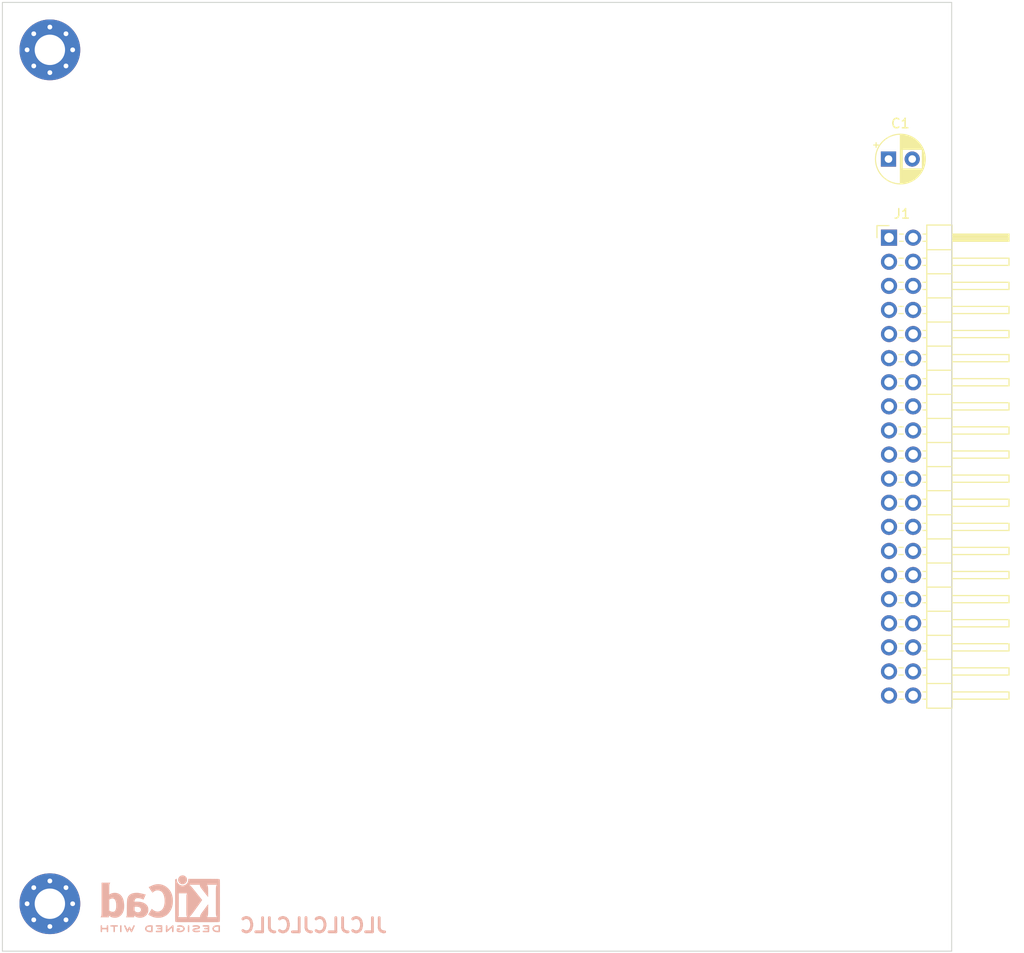
<source format=kicad_pcb>
(kicad_pcb (version 20171130) (host pcbnew 5.1.9)

  (general
    (thickness 1.6)
    (drawings 5)
    (tracks 0)
    (zones 0)
    (modules 5)
    (nets 39)
  )

  (page A4)
  (layers
    (0 F.Cu signal)
    (31 B.Cu signal)
    (32 B.Adhes user)
    (33 F.Adhes user)
    (34 B.Paste user)
    (35 F.Paste user)
    (36 B.SilkS user)
    (37 F.SilkS user)
    (38 B.Mask user)
    (39 F.Mask user)
    (40 Dwgs.User user)
    (41 Cmts.User user)
    (42 Eco1.User user)
    (43 Eco2.User user)
    (44 Edge.Cuts user)
    (45 Margin user)
    (46 B.CrtYd user)
    (47 F.CrtYd user)
    (48 B.Fab user)
    (49 F.Fab user)
  )

  (setup
    (last_trace_width 0.25)
    (trace_clearance 0.2)
    (zone_clearance 0.508)
    (zone_45_only yes)
    (trace_min 0.2)
    (via_size 0.8)
    (via_drill 0.4)
    (via_min_size 0.4)
    (via_min_drill 0.3)
    (uvia_size 0.3)
    (uvia_drill 0.1)
    (uvias_allowed no)
    (uvia_min_size 0.2)
    (uvia_min_drill 0.1)
    (edge_width 0.05)
    (segment_width 0.2)
    (pcb_text_width 0.3)
    (pcb_text_size 1.5 1.5)
    (mod_edge_width 0.12)
    (mod_text_size 1 1)
    (mod_text_width 0.15)
    (pad_size 1.524 1.524)
    (pad_drill 0.762)
    (pad_to_mask_clearance 0)
    (aux_axis_origin 0 0)
    (grid_origin 100 50)
    (visible_elements FFFFF77F)
    (pcbplotparams
      (layerselection 0x010f0_ffffffff)
      (usegerberextensions false)
      (usegerberattributes true)
      (usegerberadvancedattributes true)
      (creategerberjobfile true)
      (excludeedgelayer true)
      (linewidth 0.100000)
      (plotframeref false)
      (viasonmask false)
      (mode 1)
      (useauxorigin false)
      (hpglpennumber 1)
      (hpglpenspeed 20)
      (hpglpendiameter 15.000000)
      (psnegative false)
      (psa4output false)
      (plotreference true)
      (plotvalue true)
      (plotinvisibletext false)
      (padsonsilk false)
      (subtractmaskfromsilk false)
      (outputformat 1)
      (mirror false)
      (drillshape 0)
      (scaleselection 1)
      (outputdirectory "Gerbers/"))
  )

  (net 0 "")
  (net 1 CLOCK)
  (net 2 GND)
  (net 3 VCC)
  (net 4 ~EF4)
  (net 5 ~EF3)
  (net 6 ~EF2)
  (net 7 ~EF1)
  (net 8 ~N7)
  (net 9 ~IOR)
  (net 10 ~IOW)
  (net 11 D0)
  (net 12 D1)
  (net 13 D2)
  (net 14 D3)
  (net 15 D4)
  (net 16 D5)
  (net 17 D6)
  (net 18 D7)
  (net 19 TPB)
  (net 20 TPA)
  (net 21 ~MRD)
  (net 22 ~MWR)
  (net 23 SC0)
  (net 24 ~INTERRUPT)
  (net 25 SC1)
  (net 26 ~DMA_OUT)
  (net 27 Q)
  (net 28 ~DMA_IN)
  (net 29 ~CLEAR)
  (net 30 ~WAIT)
  (net 31 ~N1)
  (net 32 ~N2)
  (net 33 ~N3)
  (net 34 ~N4)
  (net 35 ~N5)
  (net 36 ~N6)
  (net 37 USER1)
  (net 38 USER2)

  (net_class Default "This is the default net class."
    (clearance 0.2)
    (trace_width 0.25)
    (via_dia 0.8)
    (via_drill 0.4)
    (uvia_dia 0.3)
    (uvia_drill 0.1)
    (add_net CLOCK)
    (add_net D0)
    (add_net D1)
    (add_net D2)
    (add_net D3)
    (add_net D4)
    (add_net D5)
    (add_net D6)
    (add_net D7)
    (add_net Q)
    (add_net SC0)
    (add_net SC1)
    (add_net TPA)
    (add_net TPB)
    (add_net USER1)
    (add_net USER2)
    (add_net ~CLEAR)
    (add_net ~DMA_IN)
    (add_net ~DMA_OUT)
    (add_net ~EF1)
    (add_net ~EF2)
    (add_net ~EF3)
    (add_net ~EF4)
    (add_net ~INTERRUPT)
    (add_net ~IOR)
    (add_net ~IOW)
    (add_net ~MRD)
    (add_net ~MWR)
    (add_net ~N1)
    (add_net ~N2)
    (add_net ~N3)
    (add_net ~N4)
    (add_net ~N5)
    (add_net ~N6)
    (add_net ~N7)
    (add_net ~WAIT)
  )

  (net_class Power ""
    (clearance 0.3)
    (trace_width 0.5)
    (via_dia 0.8)
    (via_drill 0.4)
    (uvia_dia 0.3)
    (uvia_drill 0.1)
    (add_net GND)
    (add_net VCC)
  )

  (module Symbol:KiCad-Logo2_5mm_SilkScreen locked (layer B.Cu) (tedit 0) (tstamp 5FE177D1)
    (at 116.637 144.996 180)
    (descr "KiCad Logo")
    (tags "Logo KiCad")
    (attr virtual)
    (fp_text reference REF** (at 0 5.08) (layer B.SilkS) hide
      (effects (font (size 1 1) (thickness 0.15)) (justify mirror))
    )
    (fp_text value KiCad-Logo2_5mm_SilkScreen (at 0 -5.08) (layer B.Fab) hide
      (effects (font (size 1 1) (thickness 0.15)) (justify mirror))
    )
    (fp_poly (pts (xy 6.228823 -2.274533) (xy 6.260202 -2.296776) (xy 6.287911 -2.324485) (xy 6.287911 -2.63392)
      (xy 6.287838 -2.725799) (xy 6.287495 -2.79784) (xy 6.286692 -2.85278) (xy 6.285241 -2.89336)
      (xy 6.282952 -2.922317) (xy 6.279636 -2.942391) (xy 6.275105 -2.956321) (xy 6.269169 -2.966845)
      (xy 6.264514 -2.9731) (xy 6.233783 -2.997673) (xy 6.198496 -3.000341) (xy 6.166245 -2.985271)
      (xy 6.155588 -2.976374) (xy 6.148464 -2.964557) (xy 6.144167 -2.945526) (xy 6.141991 -2.914992)
      (xy 6.141228 -2.868662) (xy 6.141155 -2.832871) (xy 6.141155 -2.698045) (xy 5.644444 -2.698045)
      (xy 5.644444 -2.8207) (xy 5.643931 -2.876787) (xy 5.641876 -2.915333) (xy 5.637508 -2.941361)
      (xy 5.630056 -2.959897) (xy 5.621047 -2.9731) (xy 5.590144 -2.997604) (xy 5.555196 -3.000506)
      (xy 5.521738 -2.983089) (xy 5.512604 -2.973959) (xy 5.506152 -2.961855) (xy 5.501897 -2.943001)
      (xy 5.499352 -2.91362) (xy 5.498029 -2.869937) (xy 5.497443 -2.808175) (xy 5.497375 -2.794)
      (xy 5.496891 -2.677631) (xy 5.496641 -2.581727) (xy 5.496723 -2.504177) (xy 5.497231 -2.442869)
      (xy 5.498262 -2.39569) (xy 5.499913 -2.36053) (xy 5.502279 -2.335276) (xy 5.505457 -2.317817)
      (xy 5.509544 -2.306041) (xy 5.514634 -2.297835) (xy 5.520266 -2.291645) (xy 5.552128 -2.271844)
      (xy 5.585357 -2.274533) (xy 5.616735 -2.296776) (xy 5.629433 -2.311126) (xy 5.637526 -2.326978)
      (xy 5.642042 -2.349554) (xy 5.644006 -2.384078) (xy 5.644444 -2.435776) (xy 5.644444 -2.551289)
      (xy 6.141155 -2.551289) (xy 6.141155 -2.432756) (xy 6.141662 -2.378148) (xy 6.143698 -2.341275)
      (xy 6.148035 -2.317307) (xy 6.155447 -2.301415) (xy 6.163733 -2.291645) (xy 6.195594 -2.271844)
      (xy 6.228823 -2.274533)) (layer B.SilkS) (width 0.01))
    (fp_poly (pts (xy 4.963065 -2.269163) (xy 5.041772 -2.269542) (xy 5.102863 -2.270333) (xy 5.148817 -2.27167)
      (xy 5.182114 -2.273683) (xy 5.205236 -2.276506) (xy 5.220662 -2.280269) (xy 5.230871 -2.285105)
      (xy 5.235813 -2.288822) (xy 5.261457 -2.321358) (xy 5.264559 -2.355138) (xy 5.248711 -2.385826)
      (xy 5.238348 -2.398089) (xy 5.227196 -2.40645) (xy 5.211035 -2.411657) (xy 5.185642 -2.414457)
      (xy 5.146798 -2.415596) (xy 5.09028 -2.415821) (xy 5.07918 -2.415822) (xy 4.933244 -2.415822)
      (xy 4.933244 -2.686756) (xy 4.933148 -2.772154) (xy 4.932711 -2.837864) (xy 4.931712 -2.886774)
      (xy 4.929928 -2.921773) (xy 4.927137 -2.945749) (xy 4.923117 -2.961593) (xy 4.917645 -2.972191)
      (xy 4.910666 -2.980267) (xy 4.877734 -3.000112) (xy 4.843354 -2.998548) (xy 4.812176 -2.975906)
      (xy 4.809886 -2.9731) (xy 4.802429 -2.962492) (xy 4.796747 -2.950081) (xy 4.792601 -2.93285)
      (xy 4.78975 -2.907784) (xy 4.787954 -2.871867) (xy 4.786972 -2.822083) (xy 4.786564 -2.755417)
      (xy 4.786489 -2.679589) (xy 4.786489 -2.415822) (xy 4.647127 -2.415822) (xy 4.587322 -2.415418)
      (xy 4.545918 -2.41384) (xy 4.518748 -2.410547) (xy 4.501646 -2.404992) (xy 4.490443 -2.396631)
      (xy 4.489083 -2.395178) (xy 4.472725 -2.361939) (xy 4.474172 -2.324362) (xy 4.492978 -2.291645)
      (xy 4.50025 -2.285298) (xy 4.509627 -2.280266) (xy 4.523609 -2.276396) (xy 4.544696 -2.273537)
      (xy 4.575389 -2.271535) (xy 4.618189 -2.270239) (xy 4.675595 -2.269498) (xy 4.75011 -2.269158)
      (xy 4.844233 -2.269068) (xy 4.86426 -2.269067) (xy 4.963065 -2.269163)) (layer B.SilkS) (width 0.01))
    (fp_poly (pts (xy 4.188614 -2.275877) (xy 4.212327 -2.290647) (xy 4.238978 -2.312227) (xy 4.238978 -2.633773)
      (xy 4.238893 -2.72783) (xy 4.238529 -2.801932) (xy 4.237724 -2.858704) (xy 4.236313 -2.900768)
      (xy 4.234133 -2.930748) (xy 4.231021 -2.951267) (xy 4.226814 -2.964949) (xy 4.221348 -2.974416)
      (xy 4.217472 -2.979082) (xy 4.186034 -2.999575) (xy 4.150233 -2.998739) (xy 4.118873 -2.981264)
      (xy 4.092222 -2.959684) (xy 4.092222 -2.312227) (xy 4.118873 -2.290647) (xy 4.144594 -2.274949)
      (xy 4.1656 -2.269067) (xy 4.188614 -2.275877)) (layer B.SilkS) (width 0.01))
    (fp_poly (pts (xy 3.744665 -2.271034) (xy 3.764255 -2.278035) (xy 3.76501 -2.278377) (xy 3.791613 -2.298678)
      (xy 3.80627 -2.319561) (xy 3.809138 -2.329352) (xy 3.808996 -2.342361) (xy 3.804961 -2.360895)
      (xy 3.796146 -2.387257) (xy 3.781669 -2.423752) (xy 3.760645 -2.472687) (xy 3.732188 -2.536365)
      (xy 3.695415 -2.617093) (xy 3.675175 -2.661216) (xy 3.638625 -2.739985) (xy 3.604315 -2.812423)
      (xy 3.573552 -2.87588) (xy 3.547648 -2.927708) (xy 3.52791 -2.965259) (xy 3.51565 -2.985884)
      (xy 3.513224 -2.988733) (xy 3.482183 -3.001302) (xy 3.447121 -2.999619) (xy 3.419 -2.984332)
      (xy 3.417854 -2.983089) (xy 3.406668 -2.966154) (xy 3.387904 -2.93317) (xy 3.363875 -2.88838)
      (xy 3.336897 -2.836032) (xy 3.327201 -2.816742) (xy 3.254014 -2.67015) (xy 3.17424 -2.829393)
      (xy 3.145767 -2.884415) (xy 3.11935 -2.932132) (xy 3.097148 -2.968893) (xy 3.081319 -2.991044)
      (xy 3.075954 -2.995741) (xy 3.034257 -3.002102) (xy 2.999849 -2.988733) (xy 2.989728 -2.974446)
      (xy 2.972214 -2.942692) (xy 2.948735 -2.896597) (xy 2.92072 -2.839285) (xy 2.889599 -2.77388)
      (xy 2.856799 -2.703507) (xy 2.82375 -2.631291) (xy 2.791881 -2.560355) (xy 2.762619 -2.493825)
      (xy 2.737395 -2.434826) (xy 2.717636 -2.386481) (xy 2.704772 -2.351915) (xy 2.700231 -2.334253)
      (xy 2.700277 -2.333613) (xy 2.711326 -2.311388) (xy 2.73341 -2.288753) (xy 2.73471 -2.287768)
      (xy 2.761853 -2.272425) (xy 2.786958 -2.272574) (xy 2.796368 -2.275466) (xy 2.807834 -2.281718)
      (xy 2.82001 -2.294014) (xy 2.834357 -2.314908) (xy 2.852336 -2.346949) (xy 2.875407 -2.392688)
      (xy 2.90503 -2.454677) (xy 2.931745 -2.511898) (xy 2.96248 -2.578226) (xy 2.990021 -2.637874)
      (xy 3.012938 -2.687725) (xy 3.029798 -2.724664) (xy 3.039173 -2.745573) (xy 3.04054 -2.748845)
      (xy 3.046689 -2.743497) (xy 3.060822 -2.721109) (xy 3.081057 -2.684946) (xy 3.105515 -2.638277)
      (xy 3.115248 -2.619022) (xy 3.148217 -2.554004) (xy 3.173643 -2.506654) (xy 3.193612 -2.474219)
      (xy 3.21021 -2.453946) (xy 3.225524 -2.443082) (xy 3.24164 -2.438875) (xy 3.252143 -2.4384)
      (xy 3.27067 -2.440042) (xy 3.286904 -2.446831) (xy 3.303035 -2.461566) (xy 3.321251 -2.487044)
      (xy 3.343739 -2.526061) (xy 3.372689 -2.581414) (xy 3.388662 -2.612903) (xy 3.41457 -2.663087)
      (xy 3.437167 -2.704704) (xy 3.454458 -2.734242) (xy 3.46445 -2.748189) (xy 3.465809 -2.74877)
      (xy 3.472261 -2.737793) (xy 3.486708 -2.70929) (xy 3.507703 -2.666244) (xy 3.533797 -2.611638)
      (xy 3.563546 -2.548454) (xy 3.57818 -2.517071) (xy 3.61625 -2.436078) (xy 3.646905 -2.373756)
      (xy 3.671737 -2.328071) (xy 3.692337 -2.296989) (xy 3.710298 -2.278478) (xy 3.72721 -2.270504)
      (xy 3.744665 -2.271034)) (layer B.SilkS) (width 0.01))
    (fp_poly (pts (xy 1.018309 -2.269275) (xy 1.147288 -2.273636) (xy 1.256991 -2.286861) (xy 1.349226 -2.309741)
      (xy 1.425802 -2.34307) (xy 1.488527 -2.387638) (xy 1.539212 -2.444236) (xy 1.579663 -2.513658)
      (xy 1.580459 -2.515351) (xy 1.604601 -2.577483) (xy 1.613203 -2.632509) (xy 1.606231 -2.687887)
      (xy 1.583654 -2.751073) (xy 1.579372 -2.760689) (xy 1.550172 -2.816966) (xy 1.517356 -2.860451)
      (xy 1.475002 -2.897417) (xy 1.41719 -2.934135) (xy 1.413831 -2.936052) (xy 1.363504 -2.960227)
      (xy 1.306621 -2.978282) (xy 1.239527 -2.990839) (xy 1.158565 -2.998522) (xy 1.060082 -3.001953)
      (xy 1.025286 -3.002251) (xy 0.859594 -3.002845) (xy 0.836197 -2.9731) (xy 0.829257 -2.963319)
      (xy 0.823842 -2.951897) (xy 0.819765 -2.936095) (xy 0.816837 -2.913175) (xy 0.814867 -2.880396)
      (xy 0.814225 -2.856089) (xy 0.970844 -2.856089) (xy 1.064726 -2.856089) (xy 1.119664 -2.854483)
      (xy 1.17606 -2.850255) (xy 1.222345 -2.844292) (xy 1.225139 -2.84379) (xy 1.307348 -2.821736)
      (xy 1.371114 -2.7886) (xy 1.418452 -2.742847) (xy 1.451382 -2.682939) (xy 1.457108 -2.667061)
      (xy 1.462721 -2.642333) (xy 1.460291 -2.617902) (xy 1.448467 -2.5854) (xy 1.44134 -2.569434)
      (xy 1.418 -2.527006) (xy 1.38988 -2.49724) (xy 1.35894 -2.476511) (xy 1.296966 -2.449537)
      (xy 1.217651 -2.429998) (xy 1.125253 -2.418746) (xy 1.058333 -2.41627) (xy 0.970844 -2.415822)
      (xy 0.970844 -2.856089) (xy 0.814225 -2.856089) (xy 0.813668 -2.835021) (xy 0.81305 -2.774311)
      (xy 0.812825 -2.695526) (xy 0.8128 -2.63392) (xy 0.8128 -2.324485) (xy 0.840509 -2.296776)
      (xy 0.852806 -2.285544) (xy 0.866103 -2.277853) (xy 0.884672 -2.27304) (xy 0.912786 -2.270446)
      (xy 0.954717 -2.26941) (xy 1.014737 -2.26927) (xy 1.018309 -2.269275)) (layer B.SilkS) (width 0.01))
    (fp_poly (pts (xy 0.230343 -2.26926) (xy 0.306701 -2.270174) (xy 0.365217 -2.272311) (xy 0.408255 -2.276175)
      (xy 0.438183 -2.282267) (xy 0.457368 -2.29109) (xy 0.468176 -2.303146) (xy 0.472973 -2.318939)
      (xy 0.474127 -2.33897) (xy 0.474133 -2.341335) (xy 0.473131 -2.363992) (xy 0.468396 -2.381503)
      (xy 0.457333 -2.394574) (xy 0.437348 -2.403913) (xy 0.405846 -2.410227) (xy 0.360232 -2.414222)
      (xy 0.297913 -2.416606) (xy 0.216293 -2.418086) (xy 0.191277 -2.418414) (xy -0.0508 -2.421467)
      (xy -0.054186 -2.486378) (xy -0.057571 -2.551289) (xy 0.110576 -2.551289) (xy 0.176266 -2.551531)
      (xy 0.223172 -2.552556) (xy 0.255083 -2.554811) (xy 0.275791 -2.558742) (xy 0.289084 -2.564798)
      (xy 0.298755 -2.573424) (xy 0.298817 -2.573493) (xy 0.316356 -2.607112) (xy 0.315722 -2.643448)
      (xy 0.297314 -2.674423) (xy 0.293671 -2.677607) (xy 0.280741 -2.685812) (xy 0.263024 -2.691521)
      (xy 0.23657 -2.695162) (xy 0.197432 -2.697167) (xy 0.141662 -2.697964) (xy 0.105994 -2.698045)
      (xy -0.056445 -2.698045) (xy -0.056445 -2.856089) (xy 0.190161 -2.856089) (xy 0.27158 -2.856231)
      (xy 0.33341 -2.856814) (xy 0.378637 -2.858068) (xy 0.410248 -2.860227) (xy 0.431231 -2.863523)
      (xy 0.444573 -2.868189) (xy 0.453261 -2.874457) (xy 0.45545 -2.876733) (xy 0.471614 -2.90828)
      (xy 0.472797 -2.944168) (xy 0.459536 -2.975285) (xy 0.449043 -2.985271) (xy 0.438129 -2.990769)
      (xy 0.421217 -2.995022) (xy 0.395633 -2.99818) (xy 0.358701 -3.000392) (xy 0.307746 -3.001806)
      (xy 0.240094 -3.002572) (xy 0.153069 -3.002838) (xy 0.133394 -3.002845) (xy 0.044911 -3.002787)
      (xy -0.023773 -3.002467) (xy -0.075436 -3.001667) (xy -0.112855 -3.000167) (xy -0.13881 -2.997749)
      (xy -0.156078 -2.994194) (xy -0.167438 -2.989282) (xy -0.175668 -2.982795) (xy -0.180183 -2.978138)
      (xy -0.186979 -2.969889) (xy -0.192288 -2.959669) (xy -0.196294 -2.9448) (xy -0.199179 -2.922602)
      (xy -0.201126 -2.890393) (xy -0.202319 -2.845496) (xy -0.202939 -2.785228) (xy -0.203171 -2.706911)
      (xy -0.2032 -2.640994) (xy -0.203129 -2.548628) (xy -0.202792 -2.476117) (xy -0.202002 -2.420737)
      (xy -0.200574 -2.379765) (xy -0.198321 -2.350478) (xy -0.195057 -2.330153) (xy -0.190596 -2.316066)
      (xy -0.184752 -2.305495) (xy -0.179803 -2.298811) (xy -0.156406 -2.269067) (xy 0.133774 -2.269067)
      (xy 0.230343 -2.26926)) (layer B.SilkS) (width 0.01))
    (fp_poly (pts (xy -1.300114 -2.273448) (xy -1.276548 -2.287273) (xy -1.245735 -2.309881) (xy -1.206078 -2.342338)
      (xy -1.15598 -2.385708) (xy -1.093843 -2.441058) (xy -1.018072 -2.509451) (xy -0.931334 -2.588084)
      (xy -0.750711 -2.751878) (xy -0.745067 -2.532029) (xy -0.743029 -2.456351) (xy -0.741063 -2.399994)
      (xy -0.738734 -2.359706) (xy -0.735606 -2.332235) (xy -0.731245 -2.314329) (xy -0.725216 -2.302737)
      (xy -0.717084 -2.294208) (xy -0.712772 -2.290623) (xy -0.678241 -2.27167) (xy -0.645383 -2.274441)
      (xy -0.619318 -2.290633) (xy -0.592667 -2.312199) (xy -0.589352 -2.627151) (xy -0.588435 -2.719779)
      (xy -0.587968 -2.792544) (xy -0.588113 -2.848161) (xy -0.589032 -2.889342) (xy -0.590887 -2.918803)
      (xy -0.593839 -2.939255) (xy -0.59805 -2.953413) (xy -0.603682 -2.963991) (xy -0.609927 -2.972474)
      (xy -0.623439 -2.988207) (xy -0.636883 -2.998636) (xy -0.652124 -3.002639) (xy -0.671026 -2.999094)
      (xy -0.695455 -2.986879) (xy -0.727273 -2.964871) (xy -0.768348 -2.931949) (xy -0.820542 -2.886991)
      (xy -0.885722 -2.828875) (xy -0.959556 -2.762099) (xy -1.224845 -2.521458) (xy -1.230489 -2.740589)
      (xy -1.232531 -2.816128) (xy -1.234502 -2.872354) (xy -1.236839 -2.912524) (xy -1.239981 -2.939896)
      (xy -1.244364 -2.957728) (xy -1.250424 -2.969279) (xy -1.2586 -2.977807) (xy -1.262784 -2.981282)
      (xy -1.299765 -3.000372) (xy -1.334708 -2.997493) (xy -1.365136 -2.9731) (xy -1.372097 -2.963286)
      (xy -1.377523 -2.951826) (xy -1.381603 -2.935968) (xy -1.384529 -2.912963) (xy -1.386492 -2.880062)
      (xy -1.387683 -2.834516) (xy -1.388292 -2.773573) (xy -1.388511 -2.694486) (xy -1.388534 -2.635956)
      (xy -1.38846 -2.544407) (xy -1.388113 -2.472687) (xy -1.387301 -2.418045) (xy -1.385833 -2.377732)
      (xy -1.383519 -2.348998) (xy -1.380167 -2.329093) (xy -1.375588 -2.315268) (xy -1.369589 -2.304772)
      (xy -1.365136 -2.298811) (xy -1.35385 -2.284691) (xy -1.343301 -2.274029) (xy -1.331893 -2.267892)
      (xy -1.31803 -2.267343) (xy -1.300114 -2.273448)) (layer B.SilkS) (width 0.01))
    (fp_poly (pts (xy -1.950081 -2.274599) (xy -1.881565 -2.286095) (xy -1.828943 -2.303967) (xy -1.794708 -2.327499)
      (xy -1.785379 -2.340924) (xy -1.775893 -2.372148) (xy -1.782277 -2.400395) (xy -1.80243 -2.427182)
      (xy -1.833745 -2.439713) (xy -1.879183 -2.438696) (xy -1.914326 -2.431906) (xy -1.992419 -2.418971)
      (xy -2.072226 -2.417742) (xy -2.161555 -2.428241) (xy -2.186229 -2.43269) (xy -2.269291 -2.456108)
      (xy -2.334273 -2.490945) (xy -2.380461 -2.536604) (xy -2.407145 -2.592494) (xy -2.412663 -2.621388)
      (xy -2.409051 -2.680012) (xy -2.385729 -2.731879) (xy -2.344824 -2.775978) (xy -2.288459 -2.811299)
      (xy -2.21876 -2.836829) (xy -2.137852 -2.851559) (xy -2.04786 -2.854478) (xy -1.95091 -2.844575)
      (xy -1.945436 -2.843641) (xy -1.906875 -2.836459) (xy -1.885494 -2.829521) (xy -1.876227 -2.819227)
      (xy -1.874006 -2.801976) (xy -1.873956 -2.792841) (xy -1.873956 -2.754489) (xy -1.942431 -2.754489)
      (xy -2.0029 -2.750347) (xy -2.044165 -2.737147) (xy -2.068175 -2.71373) (xy -2.076877 -2.678936)
      (xy -2.076983 -2.674394) (xy -2.071892 -2.644654) (xy -2.054433 -2.623419) (xy -2.021939 -2.609366)
      (xy -1.971743 -2.601173) (xy -1.923123 -2.598161) (xy -1.852456 -2.596433) (xy -1.801198 -2.59907)
      (xy -1.766239 -2.6088) (xy -1.74447 -2.628353) (xy -1.73278 -2.660456) (xy -1.72806 -2.707838)
      (xy -1.7272 -2.770071) (xy -1.728609 -2.839535) (xy -1.732848 -2.886786) (xy -1.739936 -2.912012)
      (xy -1.741311 -2.913988) (xy -1.780228 -2.945508) (xy -1.837286 -2.97047) (xy -1.908869 -2.98834)
      (xy -1.991358 -2.998586) (xy -2.081139 -3.000673) (xy -2.174592 -2.994068) (xy -2.229556 -2.985956)
      (xy -2.315766 -2.961554) (xy -2.395892 -2.921662) (xy -2.462977 -2.869887) (xy -2.473173 -2.859539)
      (xy -2.506302 -2.816035) (xy -2.536194 -2.762118) (xy -2.559357 -2.705592) (xy -2.572298 -2.654259)
      (xy -2.573858 -2.634544) (xy -2.567218 -2.593419) (xy -2.549568 -2.542252) (xy -2.524297 -2.488394)
      (xy -2.494789 -2.439195) (xy -2.468719 -2.406334) (xy -2.407765 -2.357452) (xy -2.328969 -2.318545)
      (xy -2.235157 -2.290494) (xy -2.12915 -2.274179) (xy -2.032 -2.270192) (xy -1.950081 -2.274599)) (layer B.SilkS) (width 0.01))
    (fp_poly (pts (xy -2.923822 -2.291645) (xy -2.917242 -2.299218) (xy -2.912079 -2.308987) (xy -2.908164 -2.323571)
      (xy -2.905324 -2.345585) (xy -2.903387 -2.377648) (xy -2.902183 -2.422375) (xy -2.901539 -2.482385)
      (xy -2.901284 -2.560294) (xy -2.901245 -2.635956) (xy -2.901314 -2.729802) (xy -2.901638 -2.803689)
      (xy -2.902386 -2.860232) (xy -2.903732 -2.902049) (xy -2.905846 -2.931757) (xy -2.9089 -2.951973)
      (xy -2.913066 -2.965314) (xy -2.918516 -2.974398) (xy -2.923822 -2.980267) (xy -2.956826 -2.999947)
      (xy -2.991991 -2.998181) (xy -3.023455 -2.976717) (xy -3.030684 -2.968337) (xy -3.036334 -2.958614)
      (xy -3.040599 -2.944861) (xy -3.043673 -2.924389) (xy -3.045752 -2.894512) (xy -3.04703 -2.852541)
      (xy -3.047701 -2.795789) (xy -3.047959 -2.721567) (xy -3.048 -2.637537) (xy -3.048 -2.324485)
      (xy -3.020291 -2.296776) (xy -2.986137 -2.273463) (xy -2.953006 -2.272623) (xy -2.923822 -2.291645)) (layer B.SilkS) (width 0.01))
    (fp_poly (pts (xy -3.691703 -2.270351) (xy -3.616888 -2.275581) (xy -3.547306 -2.28375) (xy -3.487002 -2.29455)
      (xy -3.44002 -2.307673) (xy -3.410406 -2.322813) (xy -3.40586 -2.327269) (xy -3.390054 -2.36185)
      (xy -3.394847 -2.397351) (xy -3.419364 -2.427725) (xy -3.420534 -2.428596) (xy -3.434954 -2.437954)
      (xy -3.450008 -2.442876) (xy -3.471005 -2.443473) (xy -3.503257 -2.439861) (xy -3.552073 -2.432154)
      (xy -3.556 -2.431505) (xy -3.628739 -2.422569) (xy -3.707217 -2.418161) (xy -3.785927 -2.418119)
      (xy -3.859361 -2.422279) (xy -3.922011 -2.430479) (xy -3.96837 -2.442557) (xy -3.971416 -2.443771)
      (xy -4.005048 -2.462615) (xy -4.016864 -2.481685) (xy -4.007614 -2.500439) (xy -3.978047 -2.518337)
      (xy -3.928911 -2.534837) (xy -3.860957 -2.549396) (xy -3.815645 -2.556406) (xy -3.721456 -2.569889)
      (xy -3.646544 -2.582214) (xy -3.587717 -2.594449) (xy -3.541785 -2.607661) (xy -3.505555 -2.622917)
      (xy -3.475838 -2.641285) (xy -3.449442 -2.663831) (xy -3.42823 -2.685971) (xy -3.403065 -2.716819)
      (xy -3.390681 -2.743345) (xy -3.386808 -2.776026) (xy -3.386667 -2.787995) (xy -3.389576 -2.827712)
      (xy -3.401202 -2.857259) (xy -3.421323 -2.883486) (xy -3.462216 -2.923576) (xy -3.507817 -2.954149)
      (xy -3.561513 -2.976203) (xy -3.626692 -2.990735) (xy -3.706744 -2.998741) (xy -3.805057 -3.001218)
      (xy -3.821289 -3.001177) (xy -3.886849 -2.999818) (xy -3.951866 -2.99673) (xy -4.009252 -2.992356)
      (xy -4.051922 -2.98714) (xy -4.055372 -2.986541) (xy -4.097796 -2.976491) (xy -4.13378 -2.963796)
      (xy -4.15415 -2.95219) (xy -4.173107 -2.921572) (xy -4.174427 -2.885918) (xy -4.158085 -2.854144)
      (xy -4.154429 -2.850551) (xy -4.139315 -2.839876) (xy -4.120415 -2.835276) (xy -4.091162 -2.836059)
      (xy -4.055651 -2.840127) (xy -4.01597 -2.843762) (xy -3.960345 -2.846828) (xy -3.895406 -2.849053)
      (xy -3.827785 -2.850164) (xy -3.81 -2.850237) (xy -3.742128 -2.849964) (xy -3.692454 -2.848646)
      (xy -3.65661 -2.845827) (xy -3.630224 -2.84105) (xy -3.608926 -2.833857) (xy -3.596126 -2.827867)
      (xy -3.568 -2.811233) (xy -3.550068 -2.796168) (xy -3.547447 -2.791897) (xy -3.552976 -2.774263)
      (xy -3.57926 -2.757192) (xy -3.624478 -2.741458) (xy -3.686808 -2.727838) (xy -3.705171 -2.724804)
      (xy -3.80109 -2.709738) (xy -3.877641 -2.697146) (xy -3.93778 -2.686111) (xy -3.98446 -2.67572)
      (xy -4.020637 -2.665056) (xy -4.049265 -2.653205) (xy -4.073298 -2.639251) (xy -4.095692 -2.622281)
      (xy -4.119402 -2.601378) (xy -4.12738 -2.594049) (xy -4.155353 -2.566699) (xy -4.17016 -2.545029)
      (xy -4.175952 -2.520232) (xy -4.176889 -2.488983) (xy -4.166575 -2.427705) (xy -4.135752 -2.37564)
      (xy -4.084595 -2.332958) (xy -4.013283 -2.299825) (xy -3.9624 -2.284964) (xy -3.9071 -2.275366)
      (xy -3.840853 -2.269936) (xy -3.767706 -2.268367) (xy -3.691703 -2.270351)) (layer B.SilkS) (width 0.01))
    (fp_poly (pts (xy -4.712794 -2.269146) (xy -4.643386 -2.269518) (xy -4.590997 -2.270385) (xy -4.552847 -2.271946)
      (xy -4.526159 -2.274403) (xy -4.508153 -2.277957) (xy -4.496049 -2.28281) (xy -4.487069 -2.289161)
      (xy -4.483818 -2.292084) (xy -4.464043 -2.323142) (xy -4.460482 -2.358828) (xy -4.473491 -2.39051)
      (xy -4.479506 -2.396913) (xy -4.489235 -2.403121) (xy -4.504901 -2.40791) (xy -4.529408 -2.411514)
      (xy -4.565661 -2.414164) (xy -4.616565 -2.416095) (xy -4.685026 -2.417539) (xy -4.747617 -2.418418)
      (xy -4.995334 -2.421467) (xy -4.998719 -2.486378) (xy -5.002105 -2.551289) (xy -4.833958 -2.551289)
      (xy -4.760959 -2.551919) (xy -4.707517 -2.554553) (xy -4.670628 -2.560309) (xy -4.647288 -2.570304)
      (xy -4.634494 -2.585656) (xy -4.629242 -2.607482) (xy -4.628445 -2.627738) (xy -4.630923 -2.652592)
      (xy -4.640277 -2.670906) (xy -4.659383 -2.683637) (xy -4.691118 -2.691741) (xy -4.738359 -2.696176)
      (xy -4.803983 -2.697899) (xy -4.839801 -2.698045) (xy -5.000978 -2.698045) (xy -5.000978 -2.856089)
      (xy -4.752622 -2.856089) (xy -4.671213 -2.856202) (xy -4.609342 -2.856712) (xy -4.563968 -2.85787)
      (xy -4.532054 -2.85993) (xy -4.510559 -2.863146) (xy -4.496443 -2.867772) (xy -4.486668 -2.874059)
      (xy -4.481689 -2.878667) (xy -4.46461 -2.90556) (xy -4.459111 -2.929467) (xy -4.466963 -2.958667)
      (xy -4.481689 -2.980267) (xy -4.489546 -2.987066) (xy -4.499688 -2.992346) (xy -4.514844 -2.996298)
      (xy -4.537741 -2.999113) (xy -4.571109 -3.000982) (xy -4.617675 -3.002098) (xy -4.680167 -3.002651)
      (xy -4.761314 -3.002833) (xy -4.803422 -3.002845) (xy -4.893598 -3.002765) (xy -4.963924 -3.002398)
      (xy -5.017129 -3.001552) (xy -5.05594 -3.000036) (xy -5.083087 -2.997659) (xy -5.101298 -2.994229)
      (xy -5.1133 -2.989554) (xy -5.121822 -2.983444) (xy -5.125156 -2.980267) (xy -5.131755 -2.97267)
      (xy -5.136927 -2.96287) (xy -5.140846 -2.948239) (xy -5.143684 -2.926152) (xy -5.145615 -2.893982)
      (xy -5.146812 -2.849103) (xy -5.147448 -2.788889) (xy -5.147697 -2.710713) (xy -5.147734 -2.637923)
      (xy -5.1477 -2.544707) (xy -5.147465 -2.471431) (xy -5.14683 -2.415458) (xy -5.145594 -2.374151)
      (xy -5.143556 -2.344872) (xy -5.140517 -2.324984) (xy -5.136277 -2.31185) (xy -5.130635 -2.302832)
      (xy -5.123391 -2.295293) (xy -5.121606 -2.293612) (xy -5.112945 -2.286172) (xy -5.102882 -2.280409)
      (xy -5.088625 -2.276112) (xy -5.067383 -2.273064) (xy -5.036364 -2.271051) (xy -4.992777 -2.26986)
      (xy -4.933831 -2.269275) (xy -4.856734 -2.269083) (xy -4.802001 -2.269067) (xy -4.712794 -2.269146)) (layer B.SilkS) (width 0.01))
    (fp_poly (pts (xy -6.121371 -2.269066) (xy -6.081889 -2.269467) (xy -5.9662 -2.272259) (xy -5.869311 -2.28055)
      (xy -5.787919 -2.295232) (xy -5.718723 -2.317193) (xy -5.65842 -2.347322) (xy -5.603708 -2.38651)
      (xy -5.584167 -2.403532) (xy -5.55175 -2.443363) (xy -5.52252 -2.497413) (xy -5.499991 -2.557323)
      (xy -5.487679 -2.614739) (xy -5.4864 -2.635956) (xy -5.494417 -2.694769) (xy -5.515899 -2.759013)
      (xy -5.546999 -2.819821) (xy -5.583866 -2.86833) (xy -5.589854 -2.874182) (xy -5.640579 -2.915321)
      (xy -5.696125 -2.947435) (xy -5.759696 -2.971365) (xy -5.834494 -2.987953) (xy -5.923722 -2.998041)
      (xy -6.030582 -3.002469) (xy -6.079528 -3.002845) (xy -6.141762 -3.002545) (xy -6.185528 -3.001292)
      (xy -6.214931 -2.998554) (xy -6.234079 -2.993801) (xy -6.247077 -2.986501) (xy -6.254045 -2.980267)
      (xy -6.260626 -2.972694) (xy -6.265788 -2.962924) (xy -6.269703 -2.94834) (xy -6.272543 -2.926326)
      (xy -6.27448 -2.894264) (xy -6.275684 -2.849536) (xy -6.276328 -2.789526) (xy -6.276583 -2.711617)
      (xy -6.276622 -2.635956) (xy -6.27687 -2.535041) (xy -6.276817 -2.454427) (xy -6.275857 -2.415822)
      (xy -6.129867 -2.415822) (xy -6.129867 -2.856089) (xy -6.036734 -2.856004) (xy -5.980693 -2.854396)
      (xy -5.921999 -2.850256) (xy -5.873028 -2.844464) (xy -5.871538 -2.844226) (xy -5.792392 -2.82509)
      (xy -5.731002 -2.795287) (xy -5.684305 -2.752878) (xy -5.654635 -2.706961) (xy -5.636353 -2.656026)
      (xy -5.637771 -2.6082) (xy -5.658988 -2.556933) (xy -5.700489 -2.503899) (xy -5.757998 -2.4646)
      (xy -5.83275 -2.438331) (xy -5.882708 -2.429035) (xy -5.939416 -2.422507) (xy -5.999519 -2.417782)
      (xy -6.050639 -2.415817) (xy -6.053667 -2.415808) (xy -6.129867 -2.415822) (xy -6.275857 -2.415822)
      (xy -6.27526 -2.391851) (xy -6.270998 -2.345055) (xy -6.26283 -2.311778) (xy -6.249556 -2.289759)
      (xy -6.229974 -2.276739) (xy -6.202883 -2.270457) (xy -6.167082 -2.268653) (xy -6.121371 -2.269066)) (layer B.SilkS) (width 0.01))
    (fp_poly (pts (xy -2.273043 2.973429) (xy -2.176768 2.949191) (xy -2.090184 2.906359) (xy -2.015373 2.846581)
      (xy -1.954418 2.771506) (xy -1.909399 2.68278) (xy -1.883136 2.58647) (xy -1.877286 2.489205)
      (xy -1.89214 2.395346) (xy -1.92584 2.307489) (xy -1.976528 2.22823) (xy -2.042345 2.160164)
      (xy -2.121434 2.105888) (xy -2.211934 2.067998) (xy -2.2632 2.055574) (xy -2.307698 2.048053)
      (xy -2.341999 2.045081) (xy -2.37496 2.046906) (xy -2.415434 2.053775) (xy -2.448531 2.06075)
      (xy -2.541947 2.092259) (xy -2.625619 2.143383) (xy -2.697665 2.212571) (xy -2.7562 2.298272)
      (xy -2.770148 2.325511) (xy -2.786586 2.361878) (xy -2.796894 2.392418) (xy -2.80246 2.42455)
      (xy -2.804669 2.465693) (xy -2.804948 2.511778) (xy -2.800861 2.596135) (xy -2.787446 2.665414)
      (xy -2.762256 2.726039) (xy -2.722846 2.784433) (xy -2.684298 2.828698) (xy -2.612406 2.894516)
      (xy -2.537313 2.939947) (xy -2.454562 2.96715) (xy -2.376928 2.977424) (xy -2.273043 2.973429)) (layer B.SilkS) (width 0.01))
    (fp_poly (pts (xy 6.186507 0.527755) (xy 6.186526 0.293338) (xy 6.186552 0.080397) (xy 6.186625 -0.112168)
      (xy 6.186782 -0.285459) (xy 6.187064 -0.440576) (xy 6.187509 -0.57862) (xy 6.188156 -0.700692)
      (xy 6.189045 -0.807894) (xy 6.190213 -0.901326) (xy 6.191701 -0.98209) (xy 6.193546 -1.051286)
      (xy 6.195789 -1.110015) (xy 6.198469 -1.159379) (xy 6.201623 -1.200478) (xy 6.205292 -1.234413)
      (xy 6.209513 -1.262286) (xy 6.214327 -1.285198) (xy 6.219773 -1.304249) (xy 6.225888 -1.32054)
      (xy 6.232712 -1.335173) (xy 6.240285 -1.349249) (xy 6.248645 -1.363868) (xy 6.253839 -1.372974)
      (xy 6.288104 -1.433689) (xy 5.429955 -1.433689) (xy 5.429955 -1.337733) (xy 5.429224 -1.29437)
      (xy 5.427272 -1.261205) (xy 5.424463 -1.243424) (xy 5.423221 -1.241778) (xy 5.411799 -1.248662)
      (xy 5.389084 -1.266505) (xy 5.366385 -1.285879) (xy 5.3118 -1.326614) (xy 5.242321 -1.367617)
      (xy 5.16527 -1.405123) (xy 5.087965 -1.435364) (xy 5.057113 -1.445012) (xy 4.988616 -1.459578)
      (xy 4.905764 -1.469539) (xy 4.816371 -1.474583) (xy 4.728248 -1.474396) (xy 4.649207 -1.468666)
      (xy 4.611511 -1.462858) (xy 4.473414 -1.424797) (xy 4.346113 -1.367073) (xy 4.230292 -1.290211)
      (xy 4.126637 -1.194739) (xy 4.035833 -1.081179) (xy 3.969031 -0.970381) (xy 3.914164 -0.853625)
      (xy 3.872163 -0.734276) (xy 3.842167 -0.608283) (xy 3.823311 -0.471594) (xy 3.814732 -0.320158)
      (xy 3.814006 -0.242711) (xy 3.8161 -0.185934) (xy 4.645217 -0.185934) (xy 4.645424 -0.279002)
      (xy 4.648337 -0.366692) (xy 4.654 -0.443772) (xy 4.662455 -0.505009) (xy 4.665038 -0.51735)
      (xy 4.69684 -0.624633) (xy 4.738498 -0.711658) (xy 4.790363 -0.778642) (xy 4.852781 -0.825805)
      (xy 4.9261 -0.853365) (xy 5.010669 -0.861541) (xy 5.106835 -0.850551) (xy 5.170311 -0.834829)
      (xy 5.219454 -0.816639) (xy 5.273583 -0.790791) (xy 5.314244 -0.767089) (xy 5.3848 -0.720721)
      (xy 5.3848 0.42947) (xy 5.317392 0.473038) (xy 5.238867 0.51396) (xy 5.154681 0.540611)
      (xy 5.069557 0.552535) (xy 4.988216 0.549278) (xy 4.91538 0.530385) (xy 4.883426 0.514816)
      (xy 4.825501 0.471819) (xy 4.776544 0.415047) (xy 4.73539 0.342425) (xy 4.700874 0.251879)
      (xy 4.671833 0.141334) (xy 4.670552 0.135467) (xy 4.660381 0.073212) (xy 4.652739 -0.004594)
      (xy 4.64767 -0.09272) (xy 4.645217 -0.185934) (xy 3.8161 -0.185934) (xy 3.821857 -0.029895)
      (xy 3.843802 0.165941) (xy 3.879786 0.344668) (xy 3.929759 0.506155) (xy 3.993668 0.650274)
      (xy 4.071462 0.776894) (xy 4.163089 0.885885) (xy 4.268497 0.977117) (xy 4.313662 1.008068)
      (xy 4.414611 1.064215) (xy 4.517901 1.103826) (xy 4.627989 1.127986) (xy 4.74933 1.137781)
      (xy 4.841836 1.136735) (xy 4.97149 1.125769) (xy 5.084084 1.103954) (xy 5.182875 1.070286)
      (xy 5.271121 1.023764) (xy 5.319986 0.989552) (xy 5.349353 0.967638) (xy 5.371043 0.952667)
      (xy 5.379253 0.948267) (xy 5.380868 0.959096) (xy 5.382159 0.989749) (xy 5.383138 1.037474)
      (xy 5.383817 1.099521) (xy 5.38421 1.173138) (xy 5.38433 1.255573) (xy 5.384188 1.344075)
      (xy 5.383797 1.435893) (xy 5.383171 1.528276) (xy 5.38232 1.618472) (xy 5.38126 1.703729)
      (xy 5.380001 1.781297) (xy 5.378556 1.848424) (xy 5.376938 1.902359) (xy 5.375161 1.94035)
      (xy 5.374669 1.947333) (xy 5.367092 2.017749) (xy 5.355531 2.072898) (xy 5.337792 2.120019)
      (xy 5.311682 2.166353) (xy 5.305415 2.175933) (xy 5.280983 2.212622) (xy 6.186311 2.212622)
      (xy 6.186507 0.527755)) (layer B.SilkS) (width 0.01))
    (fp_poly (pts (xy 2.673574 1.133448) (xy 2.825492 1.113433) (xy 2.960756 1.079798) (xy 3.080239 1.032275)
      (xy 3.184815 0.970595) (xy 3.262424 0.907035) (xy 3.331265 0.832901) (xy 3.385006 0.753129)
      (xy 3.42791 0.660909) (xy 3.443384 0.617839) (xy 3.456244 0.578858) (xy 3.467446 0.542711)
      (xy 3.47712 0.507566) (xy 3.485396 0.47159) (xy 3.492403 0.43295) (xy 3.498272 0.389815)
      (xy 3.503131 0.340351) (xy 3.50711 0.282727) (xy 3.51034 0.215109) (xy 3.512949 0.135666)
      (xy 3.515067 0.042564) (xy 3.516824 -0.066027) (xy 3.518349 -0.191942) (xy 3.519772 -0.337012)
      (xy 3.521025 -0.479778) (xy 3.522351 -0.635968) (xy 3.523556 -0.771239) (xy 3.524766 -0.887246)
      (xy 3.526106 -0.985645) (xy 3.5277 -1.068093) (xy 3.529675 -1.136246) (xy 3.532156 -1.19176)
      (xy 3.535269 -1.236292) (xy 3.539138 -1.271498) (xy 3.543889 -1.299034) (xy 3.549648 -1.320556)
      (xy 3.556539 -1.337722) (xy 3.564689 -1.352186) (xy 3.574223 -1.365606) (xy 3.585266 -1.379638)
      (xy 3.589566 -1.385071) (xy 3.605386 -1.40791) (xy 3.612422 -1.423463) (xy 3.612444 -1.423922)
      (xy 3.601567 -1.426121) (xy 3.570582 -1.428147) (xy 3.521957 -1.429942) (xy 3.458163 -1.431451)
      (xy 3.381669 -1.432616) (xy 3.294944 -1.43338) (xy 3.200457 -1.433686) (xy 3.18955 -1.433689)
      (xy 2.766657 -1.433689) (xy 2.763395 -1.337622) (xy 2.760133 -1.241556) (xy 2.698044 -1.292543)
      (xy 2.600714 -1.360057) (xy 2.490813 -1.414749) (xy 2.404349 -1.444978) (xy 2.335278 -1.459666)
      (xy 2.251925 -1.469659) (xy 2.162159 -1.474646) (xy 2.073845 -1.474313) (xy 1.994851 -1.468351)
      (xy 1.958622 -1.462638) (xy 1.818603 -1.424776) (xy 1.692178 -1.369932) (xy 1.58026 -1.298924)
      (xy 1.483762 -1.212568) (xy 1.4036 -1.111679) (xy 1.340687 -0.997076) (xy 1.296312 -0.870984)
      (xy 1.283978 -0.814401) (xy 1.276368 -0.752202) (xy 1.272739 -0.677363) (xy 1.272245 -0.643467)
      (xy 1.27231 -0.640282) (xy 2.032248 -0.640282) (xy 2.041541 -0.715333) (xy 2.069728 -0.77916)
      (xy 2.118197 -0.834798) (xy 2.123254 -0.839211) (xy 2.171548 -0.874037) (xy 2.223257 -0.89662)
      (xy 2.283989 -0.90854) (xy 2.359352 -0.911383) (xy 2.377459 -0.910978) (xy 2.431278 -0.908325)
      (xy 2.471308 -0.902909) (xy 2.506324 -0.892745) (xy 2.545103 -0.87585) (xy 2.555745 -0.870672)
      (xy 2.616396 -0.834844) (xy 2.663215 -0.792212) (xy 2.675952 -0.776973) (xy 2.720622 -0.720462)
      (xy 2.720622 -0.524586) (xy 2.720086 -0.445939) (xy 2.718396 -0.387988) (xy 2.715428 -0.348875)
      (xy 2.711057 -0.326741) (xy 2.706972 -0.320274) (xy 2.691047 -0.317111) (xy 2.657264 -0.314488)
      (xy 2.61034 -0.312655) (xy 2.554993 -0.311857) (xy 2.546106 -0.311842) (xy 2.42533 -0.317096)
      (xy 2.32266 -0.333263) (xy 2.236106 -0.360961) (xy 2.163681 -0.400808) (xy 2.108751 -0.447758)
      (xy 2.064204 -0.505645) (xy 2.03948 -0.568693) (xy 2.032248 -0.640282) (xy 1.27231 -0.640282)
      (xy 1.274178 -0.549712) (xy 1.282522 -0.470812) (xy 1.298768 -0.39959) (xy 1.324405 -0.328864)
      (xy 1.348401 -0.276493) (xy 1.40702 -0.181196) (xy 1.485117 -0.09317) (xy 1.580315 -0.014017)
      (xy 1.690238 0.05466) (xy 1.81251 0.111259) (xy 1.944755 0.154179) (xy 2.009422 0.169118)
      (xy 2.145604 0.191223) (xy 2.294049 0.205806) (xy 2.445505 0.212187) (xy 2.572064 0.210555)
      (xy 2.73395 0.203776) (xy 2.72653 0.262755) (xy 2.707238 0.361908) (xy 2.676104 0.442628)
      (xy 2.632269 0.505534) (xy 2.574871 0.551244) (xy 2.503048 0.580378) (xy 2.415941 0.593553)
      (xy 2.312686 0.591389) (xy 2.274711 0.587388) (xy 2.13352 0.56222) (xy 1.996707 0.521186)
      (xy 1.902178 0.483185) (xy 1.857018 0.46381) (xy 1.818585 0.44824) (xy 1.792234 0.438595)
      (xy 1.784546 0.436548) (xy 1.774802 0.445626) (xy 1.758083 0.474595) (xy 1.734232 0.523783)
      (xy 1.703093 0.593516) (xy 1.664507 0.684121) (xy 1.65791 0.699911) (xy 1.627853 0.772228)
      (xy 1.600874 0.837575) (xy 1.578136 0.893094) (xy 1.560806 0.935928) (xy 1.550048 0.963219)
      (xy 1.546941 0.972058) (xy 1.55694 0.976813) (xy 1.583217 0.98209) (xy 1.611489 0.985769)
      (xy 1.641646 0.990526) (xy 1.689433 0.999972) (xy 1.750612 1.01318) (xy 1.820946 1.029224)
      (xy 1.896194 1.04718) (xy 1.924755 1.054203) (xy 2.029816 1.079791) (xy 2.11748 1.099853)
      (xy 2.192068 1.115031) (xy 2.257903 1.125965) (xy 2.319307 1.133296) (xy 2.380602 1.137665)
      (xy 2.44611 1.139713) (xy 2.504128 1.140111) (xy 2.673574 1.133448)) (layer B.SilkS) (width 0.01))
    (fp_poly (pts (xy 0.328429 2.050929) (xy 0.48857 2.029755) (xy 0.65251 1.989615) (xy 0.822313 1.930111)
      (xy 1.000043 1.850846) (xy 1.01131 1.845301) (xy 1.069005 1.817275) (xy 1.120552 1.793198)
      (xy 1.162191 1.774751) (xy 1.190162 1.763614) (xy 1.199733 1.761067) (xy 1.21895 1.756059)
      (xy 1.223561 1.751853) (xy 1.218458 1.74142) (xy 1.202418 1.715132) (xy 1.177288 1.675743)
      (xy 1.144914 1.626009) (xy 1.107143 1.568685) (xy 1.065822 1.506524) (xy 1.022798 1.442282)
      (xy 0.979917 1.378715) (xy 0.939026 1.318575) (xy 0.901971 1.26462) (xy 0.8706 1.219603)
      (xy 0.846759 1.186279) (xy 0.832294 1.167403) (xy 0.830309 1.165213) (xy 0.820191 1.169862)
      (xy 0.79785 1.187038) (xy 0.76728 1.21356) (xy 0.751536 1.228036) (xy 0.655047 1.303318)
      (xy 0.548336 1.358759) (xy 0.432832 1.393859) (xy 0.309962 1.40812) (xy 0.240561 1.406949)
      (xy 0.119423 1.389788) (xy 0.010205 1.353906) (xy -0.087418 1.299041) (xy -0.173772 1.22493)
      (xy -0.249185 1.131312) (xy -0.313982 1.017924) (xy -0.351399 0.931333) (xy -0.395252 0.795634)
      (xy -0.427572 0.64815) (xy -0.448443 0.492686) (xy -0.457949 0.333044) (xy -0.456173 0.173027)
      (xy -0.443197 0.016439) (xy -0.419106 -0.132918) (xy -0.383982 -0.27124) (xy -0.337908 -0.394724)
      (xy -0.321627 -0.428978) (xy -0.25338 -0.543064) (xy -0.172921 -0.639557) (xy -0.08143 -0.71767)
      (xy 0.019911 -0.776617) (xy 0.12992 -0.815612) (xy 0.247415 -0.833868) (xy 0.288883 -0.835211)
      (xy 0.410441 -0.82429) (xy 0.530878 -0.791474) (xy 0.648666 -0.737439) (xy 0.762277 -0.662865)
      (xy 0.853685 -0.584539) (xy 0.900215 -0.540008) (xy 1.081483 -0.837271) (xy 1.12658 -0.911433)
      (xy 1.167819 -0.979646) (xy 1.203735 -1.039459) (xy 1.232866 -1.08842) (xy 1.25375 -1.124079)
      (xy 1.264924 -1.143984) (xy 1.266375 -1.147079) (xy 1.258146 -1.156718) (xy 1.232567 -1.173999)
      (xy 1.192873 -1.197283) (xy 1.142297 -1.224934) (xy 1.084074 -1.255315) (xy 1.021437 -1.28679)
      (xy 0.957621 -1.317722) (xy 0.89586 -1.346473) (xy 0.839388 -1.371408) (xy 0.791438 -1.390889)
      (xy 0.767986 -1.399318) (xy 0.634221 -1.437133) (xy 0.496327 -1.462136) (xy 0.348622 -1.47514)
      (xy 0.221833 -1.477468) (xy 0.153878 -1.476373) (xy 0.088277 -1.474275) (xy 0.030847 -1.471434)
      (xy -0.012597 -1.468106) (xy -0.026702 -1.466422) (xy -0.165716 -1.437587) (xy -0.307243 -1.392468)
      (xy -0.444725 -1.33375) (xy -0.571606 -1.26412) (xy -0.649111 -1.211441) (xy -0.776519 -1.103239)
      (xy -0.894822 -0.976671) (xy -1.001828 -0.834866) (xy -1.095348 -0.680951) (xy -1.17319 -0.518053)
      (xy -1.217044 -0.400756) (xy -1.267292 -0.217128) (xy -1.300791 -0.022581) (xy -1.317551 0.178675)
      (xy -1.317584 0.382432) (xy -1.300899 0.584479) (xy -1.267507 0.780608) (xy -1.21742 0.966609)
      (xy -1.213603 0.978197) (xy -1.150719 1.14025) (xy -1.073972 1.288168) (xy -0.980758 1.426135)
      (xy -0.868473 1.558339) (xy -0.824608 1.603601) (xy -0.688466 1.727543) (xy -0.548509 1.830085)
      (xy -0.402589 1.912344) (xy -0.248558 1.975436) (xy -0.084268 2.020477) (xy 0.011289 2.037967)
      (xy 0.170023 2.053534) (xy 0.328429 2.050929)) (layer B.SilkS) (width 0.01))
    (fp_poly (pts (xy -2.9464 2.510946) (xy -2.935535 2.397007) (xy -2.903918 2.289384) (xy -2.853015 2.190385)
      (xy -2.784293 2.102316) (xy -2.699219 2.027484) (xy -2.602232 1.969616) (xy -2.495964 1.929995)
      (xy -2.38895 1.911427) (xy -2.2833 1.912566) (xy -2.181125 1.93207) (xy -2.084534 1.968594)
      (xy -1.995638 2.020795) (xy -1.916546 2.087327) (xy -1.849369 2.166848) (xy -1.796217 2.258013)
      (xy -1.759199 2.359477) (xy -1.740427 2.469898) (xy -1.738489 2.519794) (xy -1.738489 2.607733)
      (xy -1.68656 2.607733) (xy -1.650253 2.604889) (xy -1.623355 2.593089) (xy -1.596249 2.569351)
      (xy -1.557867 2.530969) (xy -1.557867 0.339398) (xy -1.557876 0.077261) (xy -1.557908 -0.163241)
      (xy -1.557972 -0.383048) (xy -1.558076 -0.583101) (xy -1.558227 -0.764344) (xy -1.558434 -0.927716)
      (xy -1.558706 -1.07416) (xy -1.55905 -1.204617) (xy -1.559474 -1.320029) (xy -1.559987 -1.421338)
      (xy -1.560597 -1.509484) (xy -1.561312 -1.58541) (xy -1.56214 -1.650057) (xy -1.563089 -1.704367)
      (xy -1.564167 -1.74928) (xy -1.565383 -1.78574) (xy -1.566745 -1.814687) (xy -1.568261 -1.837063)
      (xy -1.569938 -1.853809) (xy -1.571786 -1.865868) (xy -1.573813 -1.87418) (xy -1.576025 -1.879687)
      (xy -1.577108 -1.881537) (xy -1.581271 -1.888549) (xy -1.584805 -1.894996) (xy -1.588635 -1.9009)
      (xy -1.593682 -1.906286) (xy -1.600871 -1.911178) (xy -1.611123 -1.915598) (xy -1.625364 -1.919572)
      (xy -1.644514 -1.923121) (xy -1.669499 -1.92627) (xy -1.70124 -1.929042) (xy -1.740662 -1.931461)
      (xy -1.788686 -1.933551) (xy -1.846237 -1.935335) (xy -1.914237 -1.936837) (xy -1.99361 -1.93808)
      (xy -2.085279 -1.939089) (xy -2.190166 -1.939885) (xy -2.309196 -1.940494) (xy -2.44329 -1.940939)
      (xy -2.593373 -1.941243) (xy -2.760367 -1.94143) (xy -2.945196 -1.941524) (xy -3.148783 -1.941548)
      (xy -3.37205 -1.941525) (xy -3.615922 -1.94148) (xy -3.881321 -1.941437) (xy -3.919704 -1.941432)
      (xy -4.186682 -1.941389) (xy -4.432002 -1.941318) (xy -4.656583 -1.941213) (xy -4.861345 -1.941066)
      (xy -5.047206 -1.940869) (xy -5.215088 -1.940616) (xy -5.365908 -1.9403) (xy -5.500587 -1.939913)
      (xy -5.620044 -1.939447) (xy -5.725199 -1.938897) (xy -5.816971 -1.938253) (xy -5.896279 -1.937511)
      (xy -5.964043 -1.936661) (xy -6.021182 -1.935697) (xy -6.068617 -1.934611) (xy -6.107266 -1.933397)
      (xy -6.138049 -1.932047) (xy -6.161885 -1.930555) (xy -6.179694 -1.928911) (xy -6.192395 -1.927111)
      (xy -6.200908 -1.925145) (xy -6.205266 -1.923477) (xy -6.213728 -1.919906) (xy -6.221497 -1.91727)
      (xy -6.228602 -1.914634) (xy -6.235073 -1.911062) (xy -6.240939 -1.905621) (xy -6.246229 -1.897375)
      (xy -6.250974 -1.88539) (xy -6.255202 -1.868731) (xy -6.258943 -1.846463) (xy -6.262227 -1.817652)
      (xy -6.265083 -1.781363) (xy -6.26754 -1.736661) (xy -6.269629 -1.682611) (xy -6.271378 -1.618279)
      (xy -6.272817 -1.54273) (xy -6.273976 -1.45503) (xy -6.274883 -1.354243) (xy -6.275569 -1.239434)
      (xy -6.276063 -1.10967) (xy -6.276395 -0.964015) (xy -6.276593 -0.801535) (xy -6.276687 -0.621295)
      (xy -6.276708 -0.42236) (xy -6.276685 -0.203796) (xy -6.276646 0.035332) (xy -6.276622 0.29596)
      (xy -6.276622 0.338111) (xy -6.276636 0.601008) (xy -6.276661 0.842268) (xy -6.276671 1.062835)
      (xy -6.276642 1.263648) (xy -6.276548 1.445651) (xy -6.276362 1.609784) (xy -6.276059 1.756989)
      (xy -6.275614 1.888208) (xy -6.275034 1.998133) (xy -5.972197 1.998133) (xy -5.932407 1.940289)
      (xy -5.921236 1.924521) (xy -5.911166 1.910559) (xy -5.902138 1.897216) (xy -5.894097 1.883307)
      (xy -5.886986 1.867644) (xy -5.880747 1.849042) (xy -5.875325 1.826314) (xy -5.870662 1.798273)
      (xy -5.866701 1.763733) (xy -5.863385 1.721508) (xy -5.860659 1.670411) (xy -5.858464 1.609256)
      (xy -5.856745 1.536856) (xy -5.855444 1.452025) (xy -5.854505 1.353578) (xy -5.85387 1.240326)
      (xy -5.853484 1.111084) (xy -5.853288 0.964666) (xy -5.853227 0.799884) (xy -5.853243 0.615553)
      (xy -5.85328 0.410487) (xy -5.853289 0.287867) (xy -5.853265 0.070918) (xy -5.853231 -0.124642)
      (xy -5.853243 -0.299999) (xy -5.853358 -0.456341) (xy -5.85363 -0.594857) (xy -5.854118 -0.716734)
      (xy -5.854876 -0.82316) (xy -5.855962 -0.915322) (xy -5.857431 -0.994409) (xy -5.85934 -1.061608)
      (xy -5.861744 -1.118107) (xy -5.864701 -1.165093) (xy -5.868266 -1.203755) (xy -5.872495 -1.23528)
      (xy -5.877446 -1.260855) (xy -5.883173 -1.28167) (xy -5.889733 -1.298911) (xy -5.897183 -1.313765)
      (xy -5.905579 -1.327422) (xy -5.914976 -1.341069) (xy -5.925432 -1.355893) (xy -5.931523 -1.364783)
      (xy -5.970296 -1.4224) (xy -5.438732 -1.4224) (xy -5.315483 -1.422365) (xy -5.212987 -1.422215)
      (xy -5.12942 -1.421878) (xy -5.062956 -1.421286) (xy -5.011771 -1.420367) (xy -4.974041 -1.419051)
      (xy -4.94794 -1.417269) (xy -4.931644 -1.414951) (xy -4.923328 -1.412026) (xy -4.921168 -1.408424)
      (xy -4.923339 -1.404075) (xy -4.924535 -1.402645) (xy -4.949685 -1.365573) (xy -4.975583 -1.312772)
      (xy -4.999192 -1.25077) (xy -5.007461 -1.224357) (xy -5.012078 -1.206416) (xy -5.015979 -1.185355)
      (xy -5.019248 -1.159089) (xy -5.021966 -1.125532) (xy -5.024215 -1.082599) (xy -5.026077 -1.028204)
      (xy -5.027636 -0.960262) (xy -5.028972 -0.876688) (xy -5.030169 -0.775395) (xy -5.031308 -0.6543)
      (xy -5.031685 -0.6096) (xy -5.032702 -0.484449) (xy -5.03346 -0.380082) (xy -5.033903 -0.294707)
      (xy -5.03397 -0.226533) (xy -5.033605 -0.173765) (xy -5.032748 -0.134614) (xy -5.031341 -0.107285)
      (xy -5.029325 -0.089986) (xy -5.026643 -0.080926) (xy -5.023236 -0.078312) (xy -5.019044 -0.080351)
      (xy -5.014571 -0.084667) (xy -5.004216 -0.097602) (xy -4.982158 -0.126676) (xy -4.949957 -0.169759)
      (xy -4.909174 -0.224718) (xy -4.86137 -0.289423) (xy -4.808105 -0.361742) (xy -4.75094 -0.439544)
      (xy -4.691437 -0.520698) (xy -4.631155 -0.603072) (xy -4.571655 -0.684536) (xy -4.514498 -0.762957)
      (xy -4.461245 -0.836204) (xy -4.413457 -0.902147) (xy -4.372693 -0.958654) (xy -4.340516 -1.003593)
      (xy -4.318485 -1.034834) (xy -4.313917 -1.041466) (xy -4.290996 -1.078369) (xy -4.264188 -1.126359)
      (xy -4.238789 -1.175897) (xy -4.235568 -1.182577) (xy -4.21389 -1.230772) (xy -4.201304 -1.268334)
      (xy -4.195574 -1.30416) (xy -4.194456 -1.3462) (xy -4.19509 -1.4224) (xy -3.040651 -1.4224)
      (xy -3.131815 -1.328669) (xy -3.178612 -1.278775) (xy -3.228899 -1.222295) (xy -3.274944 -1.168026)
      (xy -3.295369 -1.142673) (xy -3.325807 -1.103128) (xy -3.365862 -1.049916) (xy -3.414361 -0.984667)
      (xy -3.470135 -0.909011) (xy -3.532011 -0.824577) (xy -3.598819 -0.732994) (xy -3.669387 -0.635892)
      (xy -3.742545 -0.534901) (xy -3.817121 -0.43165) (xy -3.891944 -0.327768) (xy -3.965843 -0.224885)
      (xy -4.037646 -0.124631) (xy -4.106184 -0.028636) (xy -4.170284 0.061473) (xy -4.228775 0.144064)
      (xy -4.280486 0.217508) (xy -4.324247 0.280176) (xy -4.358885 0.330439) (xy -4.38323 0.366666)
      (xy -4.396111 0.387229) (xy -4.397869 0.391332) (xy -4.38991 0.402658) (xy -4.369115 0.429838)
      (xy -4.336847 0.471171) (xy -4.29447 0.524956) (xy -4.243347 0.589494) (xy -4.184841 0.663082)
      (xy -4.120314 0.744022) (xy -4.051131 0.830612) (xy -3.978653 0.921152) (xy -3.904246 1.01394)
      (xy -3.844517 1.088298) (xy -2.833511 1.088298) (xy -2.827602 1.075341) (xy -2.813272 1.053092)
      (xy -2.812225 1.051609) (xy -2.793438 1.021456) (xy -2.773791 0.984625) (xy -2.769892 0.976489)
      (xy -2.766356 0.96806) (xy -2.76323 0.957941) (xy -2.760486 0.94474) (xy -2.758092 0.927062)
      (xy -2.756019 0.903516) (xy -2.754235 0.872707) (xy -2.752712 0.833243) (xy -2.751419 0.783731)
      (xy -2.750326 0.722777) (xy -2.749403 0.648989) (xy -2.748619 0.560972) (xy -2.747945 0.457335)
      (xy -2.74735 0.336684) (xy -2.746805 0.197626) (xy -2.746279 0.038768) (xy -2.745745 -0.140089)
      (xy -2.745206 -0.325207) (xy -2.744772 -0.489145) (xy -2.744509 -0.633303) (xy -2.744484 -0.759079)
      (xy -2.744765 -0.867871) (xy -2.745419 -0.961077) (xy -2.746514 -1.040097) (xy -2.748118 -1.106328)
      (xy -2.750297 -1.16117) (xy -2.753119 -1.206021) (xy -2.756651 -1.242278) (xy -2.760961 -1.271341)
      (xy -2.766117 -1.294609) (xy -2.772185 -1.313479) (xy -2.779233 -1.329351) (xy -2.787329 -1.343622)
      (xy -2.79654 -1.357691) (xy -2.80504 -1.370158) (xy -2.822176 -1.396452) (xy -2.832322 -1.414037)
      (xy -2.833511 -1.417257) (xy -2.822604 -1.418334) (xy -2.791411 -1.419335) (xy -2.742223 -1.420235)
      (xy -2.677333 -1.42101) (xy -2.59903 -1.421637) (xy -2.509607 -1.422091) (xy -2.411356 -1.422349)
      (xy -2.342445 -1.4224) (xy -2.237452 -1.42218) (xy -2.14061 -1.421548) (xy -2.054107 -1.420549)
      (xy -1.980132 -1.419227) (xy -1.920874 -1.417626) (xy -1.87852 -1.415791) (xy -1.85526 -1.413765)
      (xy -1.851378 -1.412493) (xy -1.859076 -1.397591) (xy -1.867074 -1.38956) (xy -1.880246 -1.372434)
      (xy -1.897485 -1.342183) (xy -1.909407 -1.317622) (xy -1.936045 -1.258711) (xy -1.93912 -0.081845)
      (xy -1.942195 1.095022) (xy -2.387853 1.095022) (xy -2.48567 1.094858) (xy -2.576064 1.094389)
      (xy -2.65663 1.093653) (xy -2.724962 1.092684) (xy -2.778656 1.09152) (xy -2.815305 1.090197)
      (xy -2.832504 1.088751) (xy -2.833511 1.088298) (xy -3.844517 1.088298) (xy -3.82927 1.107278)
      (xy -3.75509 1.199463) (xy -3.683069 1.288796) (xy -3.614569 1.373576) (xy -3.550955 1.452102)
      (xy -3.493588 1.522674) (xy -3.443833 1.583591) (xy -3.403052 1.633153) (xy -3.385888 1.653822)
      (xy -3.299596 1.754484) (xy -3.222997 1.837741) (xy -3.154183 1.905562) (xy -3.091248 1.959911)
      (xy -3.081867 1.967278) (xy -3.042356 1.997883) (xy -4.174116 1.998133) (xy -4.168827 1.950156)
      (xy -4.17213 1.892812) (xy -4.193661 1.824537) (xy -4.233635 1.744788) (xy -4.278943 1.672505)
      (xy -4.295161 1.64986) (xy -4.323214 1.612304) (xy -4.36143 1.561979) (xy -4.408137 1.501027)
      (xy -4.461661 1.431589) (xy -4.520331 1.355806) (xy -4.582475 1.27582) (xy -4.646421 1.193772)
      (xy -4.710495 1.111804) (xy -4.773027 1.032057) (xy -4.832343 0.956673) (xy -4.886771 0.887793)
      (xy -4.934639 0.827558) (xy -4.974275 0.778111) (xy -5.004006 0.741592) (xy -5.022161 0.720142)
      (xy -5.02522 0.716844) (xy -5.028079 0.724851) (xy -5.030293 0.755145) (xy -5.031857 0.807444)
      (xy -5.032767 0.881469) (xy -5.03302 0.976937) (xy -5.032613 1.093566) (xy -5.031704 1.213555)
      (xy -5.030382 1.345667) (xy -5.028857 1.457406) (xy -5.026881 1.550975) (xy -5.024206 1.628581)
      (xy -5.020582 1.692426) (xy -5.015761 1.744717) (xy -5.009494 1.787656) (xy -5.001532 1.823449)
      (xy -4.991627 1.8543) (xy -4.979531 1.882414) (xy -4.964993 1.909995) (xy -4.950311 1.935034)
      (xy -4.912314 1.998133) (xy -5.972197 1.998133) (xy -6.275034 1.998133) (xy -6.275001 2.004383)
      (xy -6.274195 2.106456) (xy -6.27317 2.195367) (xy -6.2719 2.272059) (xy -6.27036 2.337473)
      (xy -6.268524 2.392551) (xy -6.266367 2.438235) (xy -6.263863 2.475466) (xy -6.260987 2.505187)
      (xy -6.257713 2.528338) (xy -6.254015 2.545861) (xy -6.249869 2.558699) (xy -6.245247 2.567792)
      (xy -6.240126 2.574082) (xy -6.234478 2.578512) (xy -6.228279 2.582022) (xy -6.221504 2.585555)
      (xy -6.215508 2.589124) (xy -6.210275 2.5917) (xy -6.202099 2.594028) (xy -6.189886 2.596122)
      (xy -6.172541 2.597993) (xy -6.148969 2.599653) (xy -6.118077 2.601116) (xy -6.078768 2.602392)
      (xy -6.02995 2.603496) (xy -5.970527 2.604439) (xy -5.899404 2.605233) (xy -5.815488 2.605891)
      (xy -5.717683 2.606425) (xy -5.604894 2.606847) (xy -5.476029 2.607171) (xy -5.329991 2.607408)
      (xy -5.165686 2.60757) (xy -4.98202 2.60767) (xy -4.777897 2.60772) (xy -4.566753 2.607733)
      (xy -2.9464 2.607733) (xy -2.9464 2.510946)) (layer B.SilkS) (width 0.01))
  )

  (module Capacitor_THT:CP_Radial_D5.0mm_P2.50mm (layer F.Cu) (tedit 5AE50EF0) (tstamp 5FD523EA)
    (at 193.345 66.51)
    (descr "CP, Radial series, Radial, pin pitch=2.50mm, , diameter=5mm, Electrolytic Capacitor")
    (tags "CP Radial series Radial pin pitch 2.50mm  diameter 5mm Electrolytic Capacitor")
    (path /6029DEB7)
    (fp_text reference C1 (at 1.25 -3.75) (layer F.SilkS)
      (effects (font (size 1 1) (thickness 0.15)))
    )
    (fp_text value 10uF (at 1.25 3.75) (layer F.Fab)
      (effects (font (size 1 1) (thickness 0.15)))
    )
    (fp_line (start -1.304775 -1.725) (end -1.304775 -1.225) (layer F.SilkS) (width 0.12))
    (fp_line (start -1.554775 -1.475) (end -1.054775 -1.475) (layer F.SilkS) (width 0.12))
    (fp_line (start 3.851 -0.284) (end 3.851 0.284) (layer F.SilkS) (width 0.12))
    (fp_line (start 3.811 -0.518) (end 3.811 0.518) (layer F.SilkS) (width 0.12))
    (fp_line (start 3.771 -0.677) (end 3.771 0.677) (layer F.SilkS) (width 0.12))
    (fp_line (start 3.731 -0.805) (end 3.731 0.805) (layer F.SilkS) (width 0.12))
    (fp_line (start 3.691 -0.915) (end 3.691 0.915) (layer F.SilkS) (width 0.12))
    (fp_line (start 3.651 -1.011) (end 3.651 1.011) (layer F.SilkS) (width 0.12))
    (fp_line (start 3.611 -1.098) (end 3.611 1.098) (layer F.SilkS) (width 0.12))
    (fp_line (start 3.571 -1.178) (end 3.571 1.178) (layer F.SilkS) (width 0.12))
    (fp_line (start 3.531 1.04) (end 3.531 1.251) (layer F.SilkS) (width 0.12))
    (fp_line (start 3.531 -1.251) (end 3.531 -1.04) (layer F.SilkS) (width 0.12))
    (fp_line (start 3.491 1.04) (end 3.491 1.319) (layer F.SilkS) (width 0.12))
    (fp_line (start 3.491 -1.319) (end 3.491 -1.04) (layer F.SilkS) (width 0.12))
    (fp_line (start 3.451 1.04) (end 3.451 1.383) (layer F.SilkS) (width 0.12))
    (fp_line (start 3.451 -1.383) (end 3.451 -1.04) (layer F.SilkS) (width 0.12))
    (fp_line (start 3.411 1.04) (end 3.411 1.443) (layer F.SilkS) (width 0.12))
    (fp_line (start 3.411 -1.443) (end 3.411 -1.04) (layer F.SilkS) (width 0.12))
    (fp_line (start 3.371 1.04) (end 3.371 1.5) (layer F.SilkS) (width 0.12))
    (fp_line (start 3.371 -1.5) (end 3.371 -1.04) (layer F.SilkS) (width 0.12))
    (fp_line (start 3.331 1.04) (end 3.331 1.554) (layer F.SilkS) (width 0.12))
    (fp_line (start 3.331 -1.554) (end 3.331 -1.04) (layer F.SilkS) (width 0.12))
    (fp_line (start 3.291 1.04) (end 3.291 1.605) (layer F.SilkS) (width 0.12))
    (fp_line (start 3.291 -1.605) (end 3.291 -1.04) (layer F.SilkS) (width 0.12))
    (fp_line (start 3.251 1.04) (end 3.251 1.653) (layer F.SilkS) (width 0.12))
    (fp_line (start 3.251 -1.653) (end 3.251 -1.04) (layer F.SilkS) (width 0.12))
    (fp_line (start 3.211 1.04) (end 3.211 1.699) (layer F.SilkS) (width 0.12))
    (fp_line (start 3.211 -1.699) (end 3.211 -1.04) (layer F.SilkS) (width 0.12))
    (fp_line (start 3.171 1.04) (end 3.171 1.743) (layer F.SilkS) (width 0.12))
    (fp_line (start 3.171 -1.743) (end 3.171 -1.04) (layer F.SilkS) (width 0.12))
    (fp_line (start 3.131 1.04) (end 3.131 1.785) (layer F.SilkS) (width 0.12))
    (fp_line (start 3.131 -1.785) (end 3.131 -1.04) (layer F.SilkS) (width 0.12))
    (fp_line (start 3.091 1.04) (end 3.091 1.826) (layer F.SilkS) (width 0.12))
    (fp_line (start 3.091 -1.826) (end 3.091 -1.04) (layer F.SilkS) (width 0.12))
    (fp_line (start 3.051 1.04) (end 3.051 1.864) (layer F.SilkS) (width 0.12))
    (fp_line (start 3.051 -1.864) (end 3.051 -1.04) (layer F.SilkS) (width 0.12))
    (fp_line (start 3.011 1.04) (end 3.011 1.901) (layer F.SilkS) (width 0.12))
    (fp_line (start 3.011 -1.901) (end 3.011 -1.04) (layer F.SilkS) (width 0.12))
    (fp_line (start 2.971 1.04) (end 2.971 1.937) (layer F.SilkS) (width 0.12))
    (fp_line (start 2.971 -1.937) (end 2.971 -1.04) (layer F.SilkS) (width 0.12))
    (fp_line (start 2.931 1.04) (end 2.931 1.971) (layer F.SilkS) (width 0.12))
    (fp_line (start 2.931 -1.971) (end 2.931 -1.04) (layer F.SilkS) (width 0.12))
    (fp_line (start 2.891 1.04) (end 2.891 2.004) (layer F.SilkS) (width 0.12))
    (fp_line (start 2.891 -2.004) (end 2.891 -1.04) (layer F.SilkS) (width 0.12))
    (fp_line (start 2.851 1.04) (end 2.851 2.035) (layer F.SilkS) (width 0.12))
    (fp_line (start 2.851 -2.035) (end 2.851 -1.04) (layer F.SilkS) (width 0.12))
    (fp_line (start 2.811 1.04) (end 2.811 2.065) (layer F.SilkS) (width 0.12))
    (fp_line (start 2.811 -2.065) (end 2.811 -1.04) (layer F.SilkS) (width 0.12))
    (fp_line (start 2.771 1.04) (end 2.771 2.095) (layer F.SilkS) (width 0.12))
    (fp_line (start 2.771 -2.095) (end 2.771 -1.04) (layer F.SilkS) (width 0.12))
    (fp_line (start 2.731 1.04) (end 2.731 2.122) (layer F.SilkS) (width 0.12))
    (fp_line (start 2.731 -2.122) (end 2.731 -1.04) (layer F.SilkS) (width 0.12))
    (fp_line (start 2.691 1.04) (end 2.691 2.149) (layer F.SilkS) (width 0.12))
    (fp_line (start 2.691 -2.149) (end 2.691 -1.04) (layer F.SilkS) (width 0.12))
    (fp_line (start 2.651 1.04) (end 2.651 2.175) (layer F.SilkS) (width 0.12))
    (fp_line (start 2.651 -2.175) (end 2.651 -1.04) (layer F.SilkS) (width 0.12))
    (fp_line (start 2.611 1.04) (end 2.611 2.2) (layer F.SilkS) (width 0.12))
    (fp_line (start 2.611 -2.2) (end 2.611 -1.04) (layer F.SilkS) (width 0.12))
    (fp_line (start 2.571 1.04) (end 2.571 2.224) (layer F.SilkS) (width 0.12))
    (fp_line (start 2.571 -2.224) (end 2.571 -1.04) (layer F.SilkS) (width 0.12))
    (fp_line (start 2.531 1.04) (end 2.531 2.247) (layer F.SilkS) (width 0.12))
    (fp_line (start 2.531 -2.247) (end 2.531 -1.04) (layer F.SilkS) (width 0.12))
    (fp_line (start 2.491 1.04) (end 2.491 2.268) (layer F.SilkS) (width 0.12))
    (fp_line (start 2.491 -2.268) (end 2.491 -1.04) (layer F.SilkS) (width 0.12))
    (fp_line (start 2.451 1.04) (end 2.451 2.29) (layer F.SilkS) (width 0.12))
    (fp_line (start 2.451 -2.29) (end 2.451 -1.04) (layer F.SilkS) (width 0.12))
    (fp_line (start 2.411 1.04) (end 2.411 2.31) (layer F.SilkS) (width 0.12))
    (fp_line (start 2.411 -2.31) (end 2.411 -1.04) (layer F.SilkS) (width 0.12))
    (fp_line (start 2.371 1.04) (end 2.371 2.329) (layer F.SilkS) (width 0.12))
    (fp_line (start 2.371 -2.329) (end 2.371 -1.04) (layer F.SilkS) (width 0.12))
    (fp_line (start 2.331 1.04) (end 2.331 2.348) (layer F.SilkS) (width 0.12))
    (fp_line (start 2.331 -2.348) (end 2.331 -1.04) (layer F.SilkS) (width 0.12))
    (fp_line (start 2.291 1.04) (end 2.291 2.365) (layer F.SilkS) (width 0.12))
    (fp_line (start 2.291 -2.365) (end 2.291 -1.04) (layer F.SilkS) (width 0.12))
    (fp_line (start 2.251 1.04) (end 2.251 2.382) (layer F.SilkS) (width 0.12))
    (fp_line (start 2.251 -2.382) (end 2.251 -1.04) (layer F.SilkS) (width 0.12))
    (fp_line (start 2.211 1.04) (end 2.211 2.398) (layer F.SilkS) (width 0.12))
    (fp_line (start 2.211 -2.398) (end 2.211 -1.04) (layer F.SilkS) (width 0.12))
    (fp_line (start 2.171 1.04) (end 2.171 2.414) (layer F.SilkS) (width 0.12))
    (fp_line (start 2.171 -2.414) (end 2.171 -1.04) (layer F.SilkS) (width 0.12))
    (fp_line (start 2.131 1.04) (end 2.131 2.428) (layer F.SilkS) (width 0.12))
    (fp_line (start 2.131 -2.428) (end 2.131 -1.04) (layer F.SilkS) (width 0.12))
    (fp_line (start 2.091 1.04) (end 2.091 2.442) (layer F.SilkS) (width 0.12))
    (fp_line (start 2.091 -2.442) (end 2.091 -1.04) (layer F.SilkS) (width 0.12))
    (fp_line (start 2.051 1.04) (end 2.051 2.455) (layer F.SilkS) (width 0.12))
    (fp_line (start 2.051 -2.455) (end 2.051 -1.04) (layer F.SilkS) (width 0.12))
    (fp_line (start 2.011 1.04) (end 2.011 2.468) (layer F.SilkS) (width 0.12))
    (fp_line (start 2.011 -2.468) (end 2.011 -1.04) (layer F.SilkS) (width 0.12))
    (fp_line (start 1.971 1.04) (end 1.971 2.48) (layer F.SilkS) (width 0.12))
    (fp_line (start 1.971 -2.48) (end 1.971 -1.04) (layer F.SilkS) (width 0.12))
    (fp_line (start 1.93 1.04) (end 1.93 2.491) (layer F.SilkS) (width 0.12))
    (fp_line (start 1.93 -2.491) (end 1.93 -1.04) (layer F.SilkS) (width 0.12))
    (fp_line (start 1.89 1.04) (end 1.89 2.501) (layer F.SilkS) (width 0.12))
    (fp_line (start 1.89 -2.501) (end 1.89 -1.04) (layer F.SilkS) (width 0.12))
    (fp_line (start 1.85 1.04) (end 1.85 2.511) (layer F.SilkS) (width 0.12))
    (fp_line (start 1.85 -2.511) (end 1.85 -1.04) (layer F.SilkS) (width 0.12))
    (fp_line (start 1.81 1.04) (end 1.81 2.52) (layer F.SilkS) (width 0.12))
    (fp_line (start 1.81 -2.52) (end 1.81 -1.04) (layer F.SilkS) (width 0.12))
    (fp_line (start 1.77 1.04) (end 1.77 2.528) (layer F.SilkS) (width 0.12))
    (fp_line (start 1.77 -2.528) (end 1.77 -1.04) (layer F.SilkS) (width 0.12))
    (fp_line (start 1.73 1.04) (end 1.73 2.536) (layer F.SilkS) (width 0.12))
    (fp_line (start 1.73 -2.536) (end 1.73 -1.04) (layer F.SilkS) (width 0.12))
    (fp_line (start 1.69 1.04) (end 1.69 2.543) (layer F.SilkS) (width 0.12))
    (fp_line (start 1.69 -2.543) (end 1.69 -1.04) (layer F.SilkS) (width 0.12))
    (fp_line (start 1.65 1.04) (end 1.65 2.55) (layer F.SilkS) (width 0.12))
    (fp_line (start 1.65 -2.55) (end 1.65 -1.04) (layer F.SilkS) (width 0.12))
    (fp_line (start 1.61 1.04) (end 1.61 2.556) (layer F.SilkS) (width 0.12))
    (fp_line (start 1.61 -2.556) (end 1.61 -1.04) (layer F.SilkS) (width 0.12))
    (fp_line (start 1.57 1.04) (end 1.57 2.561) (layer F.SilkS) (width 0.12))
    (fp_line (start 1.57 -2.561) (end 1.57 -1.04) (layer F.SilkS) (width 0.12))
    (fp_line (start 1.53 1.04) (end 1.53 2.565) (layer F.SilkS) (width 0.12))
    (fp_line (start 1.53 -2.565) (end 1.53 -1.04) (layer F.SilkS) (width 0.12))
    (fp_line (start 1.49 1.04) (end 1.49 2.569) (layer F.SilkS) (width 0.12))
    (fp_line (start 1.49 -2.569) (end 1.49 -1.04) (layer F.SilkS) (width 0.12))
    (fp_line (start 1.45 -2.573) (end 1.45 2.573) (layer F.SilkS) (width 0.12))
    (fp_line (start 1.41 -2.576) (end 1.41 2.576) (layer F.SilkS) (width 0.12))
    (fp_line (start 1.37 -2.578) (end 1.37 2.578) (layer F.SilkS) (width 0.12))
    (fp_line (start 1.33 -2.579) (end 1.33 2.579) (layer F.SilkS) (width 0.12))
    (fp_line (start 1.29 -2.58) (end 1.29 2.58) (layer F.SilkS) (width 0.12))
    (fp_line (start 1.25 -2.58) (end 1.25 2.58) (layer F.SilkS) (width 0.12))
    (fp_line (start -0.633605 -1.3375) (end -0.633605 -0.8375) (layer F.Fab) (width 0.1))
    (fp_line (start -0.883605 -1.0875) (end -0.383605 -1.0875) (layer F.Fab) (width 0.1))
    (fp_circle (center 1.25 0) (end 4 0) (layer F.CrtYd) (width 0.05))
    (fp_circle (center 1.25 0) (end 3.87 0) (layer F.SilkS) (width 0.12))
    (fp_circle (center 1.25 0) (end 3.75 0) (layer F.Fab) (width 0.1))
    (fp_text user %R (at 1.25 0) (layer F.Fab)
      (effects (font (size 1 1) (thickness 0.15)))
    )
    (pad 2 thru_hole circle (at 2.5 0) (size 1.6 1.6) (drill 0.8) (layers *.Cu *.Mask)
      (net 2 GND))
    (pad 1 thru_hole rect (at 0 0) (size 1.6 1.6) (drill 0.8) (layers *.Cu *.Mask)
      (net 3 VCC))
    (model ${KISYS3DMOD}/Capacitor_THT.3dshapes/CP_Radial_D5.0mm_P2.50mm.wrl
      (at (xyz 0 0 0))
      (scale (xyz 1 1 1))
      (rotate (xyz 0 0 0))
    )
  )

  (module MountingHole:MountingHole_3.2mm_M3_Pad_Via locked (layer F.Cu) (tedit 56DDBCCA) (tstamp 5FCFBBD8)
    (at 105 145)
    (descr "Mounting Hole 3.2mm, M3")
    (tags "mounting hole 3.2mm m3")
    (path /5FCFCAA6)
    (attr virtual)
    (fp_text reference H2 (at 0 -4.2) (layer F.SilkS) hide
      (effects (font (size 1 1) (thickness 0.15)))
    )
    (fp_text value "Mounting Hole" (at 0 4.2) (layer F.Fab) hide
      (effects (font (size 1 1) (thickness 0.15)))
    )
    (fp_circle (center 0 0) (end 3.45 0) (layer F.CrtYd) (width 0.05))
    (fp_circle (center 0 0) (end 3.2 0) (layer Cmts.User) (width 0.15))
    (fp_text user %R (at 0.3 0) (layer F.Fab) hide
      (effects (font (size 1 1) (thickness 0.15)))
    )
    (pad 1 thru_hole circle (at 1.697056 -1.697056) (size 0.8 0.8) (drill 0.5) (layers *.Cu *.Mask)
      (net 2 GND))
    (pad 1 thru_hole circle (at 0 -2.4) (size 0.8 0.8) (drill 0.5) (layers *.Cu *.Mask)
      (net 2 GND))
    (pad 1 thru_hole circle (at -1.697056 -1.697056) (size 0.8 0.8) (drill 0.5) (layers *.Cu *.Mask)
      (net 2 GND))
    (pad 1 thru_hole circle (at -2.4 0) (size 0.8 0.8) (drill 0.5) (layers *.Cu *.Mask)
      (net 2 GND))
    (pad 1 thru_hole circle (at -1.697056 1.697056) (size 0.8 0.8) (drill 0.5) (layers *.Cu *.Mask)
      (net 2 GND))
    (pad 1 thru_hole circle (at 0 2.4) (size 0.8 0.8) (drill 0.5) (layers *.Cu *.Mask)
      (net 2 GND))
    (pad 1 thru_hole circle (at 1.697056 1.697056) (size 0.8 0.8) (drill 0.5) (layers *.Cu *.Mask)
      (net 2 GND))
    (pad 1 thru_hole circle (at 2.4 0) (size 0.8 0.8) (drill 0.5) (layers *.Cu *.Mask)
      (net 2 GND))
    (pad 1 thru_hole circle (at 0 0) (size 6.4 6.4) (drill 3.2) (layers *.Cu *.Mask)
      (net 2 GND))
  )

  (module MountingHole:MountingHole_3.2mm_M3_Pad_Via locked (layer F.Cu) (tedit 56DDBCCA) (tstamp 5FCFBBC8)
    (at 105 55)
    (descr "Mounting Hole 3.2mm, M3")
    (tags "mounting hole 3.2mm m3")
    (path /5FCFBCCD)
    (attr virtual)
    (fp_text reference H1 (at 0 -4.2) (layer F.SilkS) hide
      (effects (font (size 1 1) (thickness 0.15)))
    )
    (fp_text value "Mounting Hole" (at 0 4.2) (layer F.Fab) hide
      (effects (font (size 1 1) (thickness 0.15)))
    )
    (fp_circle (center 0 0) (end 3.45 0) (layer F.CrtYd) (width 0.05))
    (fp_circle (center 0 0) (end 3.2 0) (layer Cmts.User) (width 0.15))
    (fp_text user %R (at 0.3 0) (layer F.Fab) hide
      (effects (font (size 1 1) (thickness 0.15)))
    )
    (pad 1 thru_hole circle (at 1.697056 -1.697056) (size 0.8 0.8) (drill 0.5) (layers *.Cu *.Mask)
      (net 2 GND))
    (pad 1 thru_hole circle (at 0 -2.4) (size 0.8 0.8) (drill 0.5) (layers *.Cu *.Mask)
      (net 2 GND))
    (pad 1 thru_hole circle (at -1.697056 -1.697056) (size 0.8 0.8) (drill 0.5) (layers *.Cu *.Mask)
      (net 2 GND))
    (pad 1 thru_hole circle (at -2.4 0) (size 0.8 0.8) (drill 0.5) (layers *.Cu *.Mask)
      (net 2 GND))
    (pad 1 thru_hole circle (at -1.697056 1.697056) (size 0.8 0.8) (drill 0.5) (layers *.Cu *.Mask)
      (net 2 GND))
    (pad 1 thru_hole circle (at 0 2.4) (size 0.8 0.8) (drill 0.5) (layers *.Cu *.Mask)
      (net 2 GND))
    (pad 1 thru_hole circle (at 1.697056 1.697056) (size 0.8 0.8) (drill 0.5) (layers *.Cu *.Mask)
      (net 2 GND))
    (pad 1 thru_hole circle (at 2.4 0) (size 0.8 0.8) (drill 0.5) (layers *.Cu *.Mask)
      (net 2 GND))
    (pad 1 thru_hole circle (at 0 0) (size 6.4 6.4) (drill 3.2) (layers *.Cu *.Mask)
      (net 2 GND))
  )

  (module Connector_PinHeader_2.54mm:PinHeader_2x20_P2.54mm_Horizontal locked (layer F.Cu) (tedit 59FED5CB) (tstamp 5FC9CC18)
    (at 193.4 74.797)
    (descr "Through hole angled pin header, 2x20, 2.54mm pitch, 6mm pin length, double rows")
    (tags "Through hole angled pin header THT 2x20 2.54mm double row")
    (path /5FF47B97)
    (fp_text reference J1 (at 1.361 -2.521) (layer F.SilkS)
      (effects (font (size 1 1) (thickness 0.15)))
    )
    (fp_text value Conn_02x20_Odd_Even (at 5.655 50.53) (layer F.Fab)
      (effects (font (size 1 1) (thickness 0.15)))
    )
    (fp_line (start 4.675 -1.27) (end 6.58 -1.27) (layer F.Fab) (width 0.1))
    (fp_line (start 6.58 -1.27) (end 6.58 49.53) (layer F.Fab) (width 0.1))
    (fp_line (start 6.58 49.53) (end 4.04 49.53) (layer F.Fab) (width 0.1))
    (fp_line (start 4.04 49.53) (end 4.04 -0.635) (layer F.Fab) (width 0.1))
    (fp_line (start 4.04 -0.635) (end 4.675 -1.27) (layer F.Fab) (width 0.1))
    (fp_line (start -0.32 -0.32) (end 4.04 -0.32) (layer F.Fab) (width 0.1))
    (fp_line (start -0.32 -0.32) (end -0.32 0.32) (layer F.Fab) (width 0.1))
    (fp_line (start -0.32 0.32) (end 4.04 0.32) (layer F.Fab) (width 0.1))
    (fp_line (start 6.58 -0.32) (end 12.58 -0.32) (layer F.Fab) (width 0.1))
    (fp_line (start 12.58 -0.32) (end 12.58 0.32) (layer F.Fab) (width 0.1))
    (fp_line (start 6.58 0.32) (end 12.58 0.32) (layer F.Fab) (width 0.1))
    (fp_line (start -0.32 2.22) (end 4.04 2.22) (layer F.Fab) (width 0.1))
    (fp_line (start -0.32 2.22) (end -0.32 2.86) (layer F.Fab) (width 0.1))
    (fp_line (start -0.32 2.86) (end 4.04 2.86) (layer F.Fab) (width 0.1))
    (fp_line (start 6.58 2.22) (end 12.58 2.22) (layer F.Fab) (width 0.1))
    (fp_line (start 12.58 2.22) (end 12.58 2.86) (layer F.Fab) (width 0.1))
    (fp_line (start 6.58 2.86) (end 12.58 2.86) (layer F.Fab) (width 0.1))
    (fp_line (start -0.32 4.76) (end 4.04 4.76) (layer F.Fab) (width 0.1))
    (fp_line (start -0.32 4.76) (end -0.32 5.4) (layer F.Fab) (width 0.1))
    (fp_line (start -0.32 5.4) (end 4.04 5.4) (layer F.Fab) (width 0.1))
    (fp_line (start 6.58 4.76) (end 12.58 4.76) (layer F.Fab) (width 0.1))
    (fp_line (start 12.58 4.76) (end 12.58 5.4) (layer F.Fab) (width 0.1))
    (fp_line (start 6.58 5.4) (end 12.58 5.4) (layer F.Fab) (width 0.1))
    (fp_line (start -0.32 7.3) (end 4.04 7.3) (layer F.Fab) (width 0.1))
    (fp_line (start -0.32 7.3) (end -0.32 7.94) (layer F.Fab) (width 0.1))
    (fp_line (start -0.32 7.94) (end 4.04 7.94) (layer F.Fab) (width 0.1))
    (fp_line (start 6.58 7.3) (end 12.58 7.3) (layer F.Fab) (width 0.1))
    (fp_line (start 12.58 7.3) (end 12.58 7.94) (layer F.Fab) (width 0.1))
    (fp_line (start 6.58 7.94) (end 12.58 7.94) (layer F.Fab) (width 0.1))
    (fp_line (start -0.32 9.84) (end 4.04 9.84) (layer F.Fab) (width 0.1))
    (fp_line (start -0.32 9.84) (end -0.32 10.48) (layer F.Fab) (width 0.1))
    (fp_line (start -0.32 10.48) (end 4.04 10.48) (layer F.Fab) (width 0.1))
    (fp_line (start 6.58 9.84) (end 12.58 9.84) (layer F.Fab) (width 0.1))
    (fp_line (start 12.58 9.84) (end 12.58 10.48) (layer F.Fab) (width 0.1))
    (fp_line (start 6.58 10.48) (end 12.58 10.48) (layer F.Fab) (width 0.1))
    (fp_line (start -0.32 12.38) (end 4.04 12.38) (layer F.Fab) (width 0.1))
    (fp_line (start -0.32 12.38) (end -0.32 13.02) (layer F.Fab) (width 0.1))
    (fp_line (start -0.32 13.02) (end 4.04 13.02) (layer F.Fab) (width 0.1))
    (fp_line (start 6.58 12.38) (end 12.58 12.38) (layer F.Fab) (width 0.1))
    (fp_line (start 12.58 12.38) (end 12.58 13.02) (layer F.Fab) (width 0.1))
    (fp_line (start 6.58 13.02) (end 12.58 13.02) (layer F.Fab) (width 0.1))
    (fp_line (start -0.32 14.92) (end 4.04 14.92) (layer F.Fab) (width 0.1))
    (fp_line (start -0.32 14.92) (end -0.32 15.56) (layer F.Fab) (width 0.1))
    (fp_line (start -0.32 15.56) (end 4.04 15.56) (layer F.Fab) (width 0.1))
    (fp_line (start 6.58 14.92) (end 12.58 14.92) (layer F.Fab) (width 0.1))
    (fp_line (start 12.58 14.92) (end 12.58 15.56) (layer F.Fab) (width 0.1))
    (fp_line (start 6.58 15.56) (end 12.58 15.56) (layer F.Fab) (width 0.1))
    (fp_line (start -0.32 17.46) (end 4.04 17.46) (layer F.Fab) (width 0.1))
    (fp_line (start -0.32 17.46) (end -0.32 18.1) (layer F.Fab) (width 0.1))
    (fp_line (start -0.32 18.1) (end 4.04 18.1) (layer F.Fab) (width 0.1))
    (fp_line (start 6.58 17.46) (end 12.58 17.46) (layer F.Fab) (width 0.1))
    (fp_line (start 12.58 17.46) (end 12.58 18.1) (layer F.Fab) (width 0.1))
    (fp_line (start 6.58 18.1) (end 12.58 18.1) (layer F.Fab) (width 0.1))
    (fp_line (start -0.32 20) (end 4.04 20) (layer F.Fab) (width 0.1))
    (fp_line (start -0.32 20) (end -0.32 20.64) (layer F.Fab) (width 0.1))
    (fp_line (start -0.32 20.64) (end 4.04 20.64) (layer F.Fab) (width 0.1))
    (fp_line (start 6.58 20) (end 12.58 20) (layer F.Fab) (width 0.1))
    (fp_line (start 12.58 20) (end 12.58 20.64) (layer F.Fab) (width 0.1))
    (fp_line (start 6.58 20.64) (end 12.58 20.64) (layer F.Fab) (width 0.1))
    (fp_line (start -0.32 22.54) (end 4.04 22.54) (layer F.Fab) (width 0.1))
    (fp_line (start -0.32 22.54) (end -0.32 23.18) (layer F.Fab) (width 0.1))
    (fp_line (start -0.32 23.18) (end 4.04 23.18) (layer F.Fab) (width 0.1))
    (fp_line (start 6.58 22.54) (end 12.58 22.54) (layer F.Fab) (width 0.1))
    (fp_line (start 12.58 22.54) (end 12.58 23.18) (layer F.Fab) (width 0.1))
    (fp_line (start 6.58 23.18) (end 12.58 23.18) (layer F.Fab) (width 0.1))
    (fp_line (start -0.32 25.08) (end 4.04 25.08) (layer F.Fab) (width 0.1))
    (fp_line (start -0.32 25.08) (end -0.32 25.72) (layer F.Fab) (width 0.1))
    (fp_line (start -0.32 25.72) (end 4.04 25.72) (layer F.Fab) (width 0.1))
    (fp_line (start 6.58 25.08) (end 12.58 25.08) (layer F.Fab) (width 0.1))
    (fp_line (start 12.58 25.08) (end 12.58 25.72) (layer F.Fab) (width 0.1))
    (fp_line (start 6.58 25.72) (end 12.58 25.72) (layer F.Fab) (width 0.1))
    (fp_line (start -0.32 27.62) (end 4.04 27.62) (layer F.Fab) (width 0.1))
    (fp_line (start -0.32 27.62) (end -0.32 28.26) (layer F.Fab) (width 0.1))
    (fp_line (start -0.32 28.26) (end 4.04 28.26) (layer F.Fab) (width 0.1))
    (fp_line (start 6.58 27.62) (end 12.58 27.62) (layer F.Fab) (width 0.1))
    (fp_line (start 12.58 27.62) (end 12.58 28.26) (layer F.Fab) (width 0.1))
    (fp_line (start 6.58 28.26) (end 12.58 28.26) (layer F.Fab) (width 0.1))
    (fp_line (start -0.32 30.16) (end 4.04 30.16) (layer F.Fab) (width 0.1))
    (fp_line (start -0.32 30.16) (end -0.32 30.8) (layer F.Fab) (width 0.1))
    (fp_line (start -0.32 30.8) (end 4.04 30.8) (layer F.Fab) (width 0.1))
    (fp_line (start 6.58 30.16) (end 12.58 30.16) (layer F.Fab) (width 0.1))
    (fp_line (start 12.58 30.16) (end 12.58 30.8) (layer F.Fab) (width 0.1))
    (fp_line (start 6.58 30.8) (end 12.58 30.8) (layer F.Fab) (width 0.1))
    (fp_line (start -0.32 32.7) (end 4.04 32.7) (layer F.Fab) (width 0.1))
    (fp_line (start -0.32 32.7) (end -0.32 33.34) (layer F.Fab) (width 0.1))
    (fp_line (start -0.32 33.34) (end 4.04 33.34) (layer F.Fab) (width 0.1))
    (fp_line (start 6.58 32.7) (end 12.58 32.7) (layer F.Fab) (width 0.1))
    (fp_line (start 12.58 32.7) (end 12.58 33.34) (layer F.Fab) (width 0.1))
    (fp_line (start 6.58 33.34) (end 12.58 33.34) (layer F.Fab) (width 0.1))
    (fp_line (start -0.32 35.24) (end 4.04 35.24) (layer F.Fab) (width 0.1))
    (fp_line (start -0.32 35.24) (end -0.32 35.88) (layer F.Fab) (width 0.1))
    (fp_line (start -0.32 35.88) (end 4.04 35.88) (layer F.Fab) (width 0.1))
    (fp_line (start 6.58 35.24) (end 12.58 35.24) (layer F.Fab) (width 0.1))
    (fp_line (start 12.58 35.24) (end 12.58 35.88) (layer F.Fab) (width 0.1))
    (fp_line (start 6.58 35.88) (end 12.58 35.88) (layer F.Fab) (width 0.1))
    (fp_line (start -0.32 37.78) (end 4.04 37.78) (layer F.Fab) (width 0.1))
    (fp_line (start -0.32 37.78) (end -0.32 38.42) (layer F.Fab) (width 0.1))
    (fp_line (start -0.32 38.42) (end 4.04 38.42) (layer F.Fab) (width 0.1))
    (fp_line (start 6.58 37.78) (end 12.58 37.78) (layer F.Fab) (width 0.1))
    (fp_line (start 12.58 37.78) (end 12.58 38.42) (layer F.Fab) (width 0.1))
    (fp_line (start 6.58 38.42) (end 12.58 38.42) (layer F.Fab) (width 0.1))
    (fp_line (start -0.32 40.32) (end 4.04 40.32) (layer F.Fab) (width 0.1))
    (fp_line (start -0.32 40.32) (end -0.32 40.96) (layer F.Fab) (width 0.1))
    (fp_line (start -0.32 40.96) (end 4.04 40.96) (layer F.Fab) (width 0.1))
    (fp_line (start 6.58 40.32) (end 12.58 40.32) (layer F.Fab) (width 0.1))
    (fp_line (start 12.58 40.32) (end 12.58 40.96) (layer F.Fab) (width 0.1))
    (fp_line (start 6.58 40.96) (end 12.58 40.96) (layer F.Fab) (width 0.1))
    (fp_line (start -0.32 42.86) (end 4.04 42.86) (layer F.Fab) (width 0.1))
    (fp_line (start -0.32 42.86) (end -0.32 43.5) (layer F.Fab) (width 0.1))
    (fp_line (start -0.32 43.5) (end 4.04 43.5) (layer F.Fab) (width 0.1))
    (fp_line (start 6.58 42.86) (end 12.58 42.86) (layer F.Fab) (width 0.1))
    (fp_line (start 12.58 42.86) (end 12.58 43.5) (layer F.Fab) (width 0.1))
    (fp_line (start 6.58 43.5) (end 12.58 43.5) (layer F.Fab) (width 0.1))
    (fp_line (start -0.32 45.4) (end 4.04 45.4) (layer F.Fab) (width 0.1))
    (fp_line (start -0.32 45.4) (end -0.32 46.04) (layer F.Fab) (width 0.1))
    (fp_line (start -0.32 46.04) (end 4.04 46.04) (layer F.Fab) (width 0.1))
    (fp_line (start 6.58 45.4) (end 12.58 45.4) (layer F.Fab) (width 0.1))
    (fp_line (start 12.58 45.4) (end 12.58 46.04) (layer F.Fab) (width 0.1))
    (fp_line (start 6.58 46.04) (end 12.58 46.04) (layer F.Fab) (width 0.1))
    (fp_line (start -0.32 47.94) (end 4.04 47.94) (layer F.Fab) (width 0.1))
    (fp_line (start -0.32 47.94) (end -0.32 48.58) (layer F.Fab) (width 0.1))
    (fp_line (start -0.32 48.58) (end 4.04 48.58) (layer F.Fab) (width 0.1))
    (fp_line (start 6.58 47.94) (end 12.58 47.94) (layer F.Fab) (width 0.1))
    (fp_line (start 12.58 47.94) (end 12.58 48.58) (layer F.Fab) (width 0.1))
    (fp_line (start 6.58 48.58) (end 12.58 48.58) (layer F.Fab) (width 0.1))
    (fp_line (start 3.98 -1.33) (end 3.98 49.59) (layer F.SilkS) (width 0.12))
    (fp_line (start 3.98 49.59) (end 6.64 49.59) (layer F.SilkS) (width 0.12))
    (fp_line (start 6.64 49.59) (end 6.64 -1.33) (layer F.SilkS) (width 0.12))
    (fp_line (start 6.64 -1.33) (end 3.98 -1.33) (layer F.SilkS) (width 0.12))
    (fp_line (start 6.64 -0.38) (end 12.64 -0.38) (layer F.SilkS) (width 0.12))
    (fp_line (start 12.64 -0.38) (end 12.64 0.38) (layer F.SilkS) (width 0.12))
    (fp_line (start 12.64 0.38) (end 6.64 0.38) (layer F.SilkS) (width 0.12))
    (fp_line (start 6.64 -0.32) (end 12.64 -0.32) (layer F.SilkS) (width 0.12))
    (fp_line (start 6.64 -0.2) (end 12.64 -0.2) (layer F.SilkS) (width 0.12))
    (fp_line (start 6.64 -0.08) (end 12.64 -0.08) (layer F.SilkS) (width 0.12))
    (fp_line (start 6.64 0.04) (end 12.64 0.04) (layer F.SilkS) (width 0.12))
    (fp_line (start 6.64 0.16) (end 12.64 0.16) (layer F.SilkS) (width 0.12))
    (fp_line (start 6.64 0.28) (end 12.64 0.28) (layer F.SilkS) (width 0.12))
    (fp_line (start 3.582929 -0.38) (end 3.98 -0.38) (layer F.SilkS) (width 0.12))
    (fp_line (start 3.582929 0.38) (end 3.98 0.38) (layer F.SilkS) (width 0.12))
    (fp_line (start 1.11 -0.38) (end 1.497071 -0.38) (layer F.SilkS) (width 0.12))
    (fp_line (start 1.11 0.38) (end 1.497071 0.38) (layer F.SilkS) (width 0.12))
    (fp_line (start 3.98 1.27) (end 6.64 1.27) (layer F.SilkS) (width 0.12))
    (fp_line (start 6.64 2.16) (end 12.64 2.16) (layer F.SilkS) (width 0.12))
    (fp_line (start 12.64 2.16) (end 12.64 2.92) (layer F.SilkS) (width 0.12))
    (fp_line (start 12.64 2.92) (end 6.64 2.92) (layer F.SilkS) (width 0.12))
    (fp_line (start 3.582929 2.16) (end 3.98 2.16) (layer F.SilkS) (width 0.12))
    (fp_line (start 3.582929 2.92) (end 3.98 2.92) (layer F.SilkS) (width 0.12))
    (fp_line (start 1.042929 2.16) (end 1.497071 2.16) (layer F.SilkS) (width 0.12))
    (fp_line (start 1.042929 2.92) (end 1.497071 2.92) (layer F.SilkS) (width 0.12))
    (fp_line (start 3.98 3.81) (end 6.64 3.81) (layer F.SilkS) (width 0.12))
    (fp_line (start 6.64 4.7) (end 12.64 4.7) (layer F.SilkS) (width 0.12))
    (fp_line (start 12.64 4.7) (end 12.64 5.46) (layer F.SilkS) (width 0.12))
    (fp_line (start 12.64 5.46) (end 6.64 5.46) (layer F.SilkS) (width 0.12))
    (fp_line (start 3.582929 4.7) (end 3.98 4.7) (layer F.SilkS) (width 0.12))
    (fp_line (start 3.582929 5.46) (end 3.98 5.46) (layer F.SilkS) (width 0.12))
    (fp_line (start 1.042929 4.7) (end 1.497071 4.7) (layer F.SilkS) (width 0.12))
    (fp_line (start 1.042929 5.46) (end 1.497071 5.46) (layer F.SilkS) (width 0.12))
    (fp_line (start 3.98 6.35) (end 6.64 6.35) (layer F.SilkS) (width 0.12))
    (fp_line (start 6.64 7.24) (end 12.64 7.24) (layer F.SilkS) (width 0.12))
    (fp_line (start 12.64 7.24) (end 12.64 8) (layer F.SilkS) (width 0.12))
    (fp_line (start 12.64 8) (end 6.64 8) (layer F.SilkS) (width 0.12))
    (fp_line (start 3.582929 7.24) (end 3.98 7.24) (layer F.SilkS) (width 0.12))
    (fp_line (start 3.582929 8) (end 3.98 8) (layer F.SilkS) (width 0.12))
    (fp_line (start 1.042929 7.24) (end 1.497071 7.24) (layer F.SilkS) (width 0.12))
    (fp_line (start 1.042929 8) (end 1.497071 8) (layer F.SilkS) (width 0.12))
    (fp_line (start 3.98 8.89) (end 6.64 8.89) (layer F.SilkS) (width 0.12))
    (fp_line (start 6.64 9.78) (end 12.64 9.78) (layer F.SilkS) (width 0.12))
    (fp_line (start 12.64 9.78) (end 12.64 10.54) (layer F.SilkS) (width 0.12))
    (fp_line (start 12.64 10.54) (end 6.64 10.54) (layer F.SilkS) (width 0.12))
    (fp_line (start 3.582929 9.78) (end 3.98 9.78) (layer F.SilkS) (width 0.12))
    (fp_line (start 3.582929 10.54) (end 3.98 10.54) (layer F.SilkS) (width 0.12))
    (fp_line (start 1.042929 9.78) (end 1.497071 9.78) (layer F.SilkS) (width 0.12))
    (fp_line (start 1.042929 10.54) (end 1.497071 10.54) (layer F.SilkS) (width 0.12))
    (fp_line (start 3.98 11.43) (end 6.64 11.43) (layer F.SilkS) (width 0.12))
    (fp_line (start 6.64 12.32) (end 12.64 12.32) (layer F.SilkS) (width 0.12))
    (fp_line (start 12.64 12.32) (end 12.64 13.08) (layer F.SilkS) (width 0.12))
    (fp_line (start 12.64 13.08) (end 6.64 13.08) (layer F.SilkS) (width 0.12))
    (fp_line (start 3.582929 12.32) (end 3.98 12.32) (layer F.SilkS) (width 0.12))
    (fp_line (start 3.582929 13.08) (end 3.98 13.08) (layer F.SilkS) (width 0.12))
    (fp_line (start 1.042929 12.32) (end 1.497071 12.32) (layer F.SilkS) (width 0.12))
    (fp_line (start 1.042929 13.08) (end 1.497071 13.08) (layer F.SilkS) (width 0.12))
    (fp_line (start 3.98 13.97) (end 6.64 13.97) (layer F.SilkS) (width 0.12))
    (fp_line (start 6.64 14.86) (end 12.64 14.86) (layer F.SilkS) (width 0.12))
    (fp_line (start 12.64 14.86) (end 12.64 15.62) (layer F.SilkS) (width 0.12))
    (fp_line (start 12.64 15.62) (end 6.64 15.62) (layer F.SilkS) (width 0.12))
    (fp_line (start 3.582929 14.86) (end 3.98 14.86) (layer F.SilkS) (width 0.12))
    (fp_line (start 3.582929 15.62) (end 3.98 15.62) (layer F.SilkS) (width 0.12))
    (fp_line (start 1.042929 14.86) (end 1.497071 14.86) (layer F.SilkS) (width 0.12))
    (fp_line (start 1.042929 15.62) (end 1.497071 15.62) (layer F.SilkS) (width 0.12))
    (fp_line (start 3.98 16.51) (end 6.64 16.51) (layer F.SilkS) (width 0.12))
    (fp_line (start 6.64 17.4) (end 12.64 17.4) (layer F.SilkS) (width 0.12))
    (fp_line (start 12.64 17.4) (end 12.64 18.16) (layer F.SilkS) (width 0.12))
    (fp_line (start 12.64 18.16) (end 6.64 18.16) (layer F.SilkS) (width 0.12))
    (fp_line (start 3.582929 17.4) (end 3.98 17.4) (layer F.SilkS) (width 0.12))
    (fp_line (start 3.582929 18.16) (end 3.98 18.16) (layer F.SilkS) (width 0.12))
    (fp_line (start 1.042929 17.4) (end 1.497071 17.4) (layer F.SilkS) (width 0.12))
    (fp_line (start 1.042929 18.16) (end 1.497071 18.16) (layer F.SilkS) (width 0.12))
    (fp_line (start 3.98 19.05) (end 6.64 19.05) (layer F.SilkS) (width 0.12))
    (fp_line (start 6.64 19.94) (end 12.64 19.94) (layer F.SilkS) (width 0.12))
    (fp_line (start 12.64 19.94) (end 12.64 20.7) (layer F.SilkS) (width 0.12))
    (fp_line (start 12.64 20.7) (end 6.64 20.7) (layer F.SilkS) (width 0.12))
    (fp_line (start 3.582929 19.94) (end 3.98 19.94) (layer F.SilkS) (width 0.12))
    (fp_line (start 3.582929 20.7) (end 3.98 20.7) (layer F.SilkS) (width 0.12))
    (fp_line (start 1.042929 19.94) (end 1.497071 19.94) (layer F.SilkS) (width 0.12))
    (fp_line (start 1.042929 20.7) (end 1.497071 20.7) (layer F.SilkS) (width 0.12))
    (fp_line (start 3.98 21.59) (end 6.64 21.59) (layer F.SilkS) (width 0.12))
    (fp_line (start 6.64 22.48) (end 12.64 22.48) (layer F.SilkS) (width 0.12))
    (fp_line (start 12.64 22.48) (end 12.64 23.24) (layer F.SilkS) (width 0.12))
    (fp_line (start 12.64 23.24) (end 6.64 23.24) (layer F.SilkS) (width 0.12))
    (fp_line (start 3.582929 22.48) (end 3.98 22.48) (layer F.SilkS) (width 0.12))
    (fp_line (start 3.582929 23.24) (end 3.98 23.24) (layer F.SilkS) (width 0.12))
    (fp_line (start 1.042929 22.48) (end 1.497071 22.48) (layer F.SilkS) (width 0.12))
    (fp_line (start 1.042929 23.24) (end 1.497071 23.24) (layer F.SilkS) (width 0.12))
    (fp_line (start 3.98 24.13) (end 6.64 24.13) (layer F.SilkS) (width 0.12))
    (fp_line (start 6.64 25.02) (end 12.64 25.02) (layer F.SilkS) (width 0.12))
    (fp_line (start 12.64 25.02) (end 12.64 25.78) (layer F.SilkS) (width 0.12))
    (fp_line (start 12.64 25.78) (end 6.64 25.78) (layer F.SilkS) (width 0.12))
    (fp_line (start 3.582929 25.02) (end 3.98 25.02) (layer F.SilkS) (width 0.12))
    (fp_line (start 3.582929 25.78) (end 3.98 25.78) (layer F.SilkS) (width 0.12))
    (fp_line (start 1.042929 25.02) (end 1.497071 25.02) (layer F.SilkS) (width 0.12))
    (fp_line (start 1.042929 25.78) (end 1.497071 25.78) (layer F.SilkS) (width 0.12))
    (fp_line (start 3.98 26.67) (end 6.64 26.67) (layer F.SilkS) (width 0.12))
    (fp_line (start 6.64 27.56) (end 12.64 27.56) (layer F.SilkS) (width 0.12))
    (fp_line (start 12.64 27.56) (end 12.64 28.32) (layer F.SilkS) (width 0.12))
    (fp_line (start 12.64 28.32) (end 6.64 28.32) (layer F.SilkS) (width 0.12))
    (fp_line (start 3.582929 27.56) (end 3.98 27.56) (layer F.SilkS) (width 0.12))
    (fp_line (start 3.582929 28.32) (end 3.98 28.32) (layer F.SilkS) (width 0.12))
    (fp_line (start 1.042929 27.56) (end 1.497071 27.56) (layer F.SilkS) (width 0.12))
    (fp_line (start 1.042929 28.32) (end 1.497071 28.32) (layer F.SilkS) (width 0.12))
    (fp_line (start 3.98 29.21) (end 6.64 29.21) (layer F.SilkS) (width 0.12))
    (fp_line (start 6.64 30.1) (end 12.64 30.1) (layer F.SilkS) (width 0.12))
    (fp_line (start 12.64 30.1) (end 12.64 30.86) (layer F.SilkS) (width 0.12))
    (fp_line (start 12.64 30.86) (end 6.64 30.86) (layer F.SilkS) (width 0.12))
    (fp_line (start 3.582929 30.1) (end 3.98 30.1) (layer F.SilkS) (width 0.12))
    (fp_line (start 3.582929 30.86) (end 3.98 30.86) (layer F.SilkS) (width 0.12))
    (fp_line (start 1.042929 30.1) (end 1.497071 30.1) (layer F.SilkS) (width 0.12))
    (fp_line (start 1.042929 30.86) (end 1.497071 30.86) (layer F.SilkS) (width 0.12))
    (fp_line (start 3.98 31.75) (end 6.64 31.75) (layer F.SilkS) (width 0.12))
    (fp_line (start 6.64 32.64) (end 12.64 32.64) (layer F.SilkS) (width 0.12))
    (fp_line (start 12.64 32.64) (end 12.64 33.4) (layer F.SilkS) (width 0.12))
    (fp_line (start 12.64 33.4) (end 6.64 33.4) (layer F.SilkS) (width 0.12))
    (fp_line (start 3.582929 32.64) (end 3.98 32.64) (layer F.SilkS) (width 0.12))
    (fp_line (start 3.582929 33.4) (end 3.98 33.4) (layer F.SilkS) (width 0.12))
    (fp_line (start 1.042929 32.64) (end 1.497071 32.64) (layer F.SilkS) (width 0.12))
    (fp_line (start 1.042929 33.4) (end 1.497071 33.4) (layer F.SilkS) (width 0.12))
    (fp_line (start 3.98 34.29) (end 6.64 34.29) (layer F.SilkS) (width 0.12))
    (fp_line (start 6.64 35.18) (end 12.64 35.18) (layer F.SilkS) (width 0.12))
    (fp_line (start 12.64 35.18) (end 12.64 35.94) (layer F.SilkS) (width 0.12))
    (fp_line (start 12.64 35.94) (end 6.64 35.94) (layer F.SilkS) (width 0.12))
    (fp_line (start 3.582929 35.18) (end 3.98 35.18) (layer F.SilkS) (width 0.12))
    (fp_line (start 3.582929 35.94) (end 3.98 35.94) (layer F.SilkS) (width 0.12))
    (fp_line (start 1.042929 35.18) (end 1.497071 35.18) (layer F.SilkS) (width 0.12))
    (fp_line (start 1.042929 35.94) (end 1.497071 35.94) (layer F.SilkS) (width 0.12))
    (fp_line (start 3.98 36.83) (end 6.64 36.83) (layer F.SilkS) (width 0.12))
    (fp_line (start 6.64 37.72) (end 12.64 37.72) (layer F.SilkS) (width 0.12))
    (fp_line (start 12.64 37.72) (end 12.64 38.48) (layer F.SilkS) (width 0.12))
    (fp_line (start 12.64 38.48) (end 6.64 38.48) (layer F.SilkS) (width 0.12))
    (fp_line (start 3.582929 37.72) (end 3.98 37.72) (layer F.SilkS) (width 0.12))
    (fp_line (start 3.582929 38.48) (end 3.98 38.48) (layer F.SilkS) (width 0.12))
    (fp_line (start 1.042929 37.72) (end 1.497071 37.72) (layer F.SilkS) (width 0.12))
    (fp_line (start 1.042929 38.48) (end 1.497071 38.48) (layer F.SilkS) (width 0.12))
    (fp_line (start 3.98 39.37) (end 6.64 39.37) (layer F.SilkS) (width 0.12))
    (fp_line (start 6.64 40.26) (end 12.64 40.26) (layer F.SilkS) (width 0.12))
    (fp_line (start 12.64 40.26) (end 12.64 41.02) (layer F.SilkS) (width 0.12))
    (fp_line (start 12.64 41.02) (end 6.64 41.02) (layer F.SilkS) (width 0.12))
    (fp_line (start 3.582929 40.26) (end 3.98 40.26) (layer F.SilkS) (width 0.12))
    (fp_line (start 3.582929 41.02) (end 3.98 41.02) (layer F.SilkS) (width 0.12))
    (fp_line (start 1.042929 40.26) (end 1.497071 40.26) (layer F.SilkS) (width 0.12))
    (fp_line (start 1.042929 41.02) (end 1.497071 41.02) (layer F.SilkS) (width 0.12))
    (fp_line (start 3.98 41.91) (end 6.64 41.91) (layer F.SilkS) (width 0.12))
    (fp_line (start 6.64 42.8) (end 12.64 42.8) (layer F.SilkS) (width 0.12))
    (fp_line (start 12.64 42.8) (end 12.64 43.56) (layer F.SilkS) (width 0.12))
    (fp_line (start 12.64 43.56) (end 6.64 43.56) (layer F.SilkS) (width 0.12))
    (fp_line (start 3.582929 42.8) (end 3.98 42.8) (layer F.SilkS) (width 0.12))
    (fp_line (start 3.582929 43.56) (end 3.98 43.56) (layer F.SilkS) (width 0.12))
    (fp_line (start 1.042929 42.8) (end 1.497071 42.8) (layer F.SilkS) (width 0.12))
    (fp_line (start 1.042929 43.56) (end 1.497071 43.56) (layer F.SilkS) (width 0.12))
    (fp_line (start 3.98 44.45) (end 6.64 44.45) (layer F.SilkS) (width 0.12))
    (fp_line (start 6.64 45.34) (end 12.64 45.34) (layer F.SilkS) (width 0.12))
    (fp_line (start 12.64 45.34) (end 12.64 46.1) (layer F.SilkS) (width 0.12))
    (fp_line (start 12.64 46.1) (end 6.64 46.1) (layer F.SilkS) (width 0.12))
    (fp_line (start 3.582929 45.34) (end 3.98 45.34) (layer F.SilkS) (width 0.12))
    (fp_line (start 3.582929 46.1) (end 3.98 46.1) (layer F.SilkS) (width 0.12))
    (fp_line (start 1.042929 45.34) (end 1.497071 45.34) (layer F.SilkS) (width 0.12))
    (fp_line (start 1.042929 46.1) (end 1.497071 46.1) (layer F.SilkS) (width 0.12))
    (fp_line (start 3.98 46.99) (end 6.64 46.99) (layer F.SilkS) (width 0.12))
    (fp_line (start 6.64 47.88) (end 12.64 47.88) (layer F.SilkS) (width 0.12))
    (fp_line (start 12.64 47.88) (end 12.64 48.64) (layer F.SilkS) (width 0.12))
    (fp_line (start 12.64 48.64) (end 6.64 48.64) (layer F.SilkS) (width 0.12))
    (fp_line (start 3.582929 47.88) (end 3.98 47.88) (layer F.SilkS) (width 0.12))
    (fp_line (start 3.582929 48.64) (end 3.98 48.64) (layer F.SilkS) (width 0.12))
    (fp_line (start 1.042929 47.88) (end 1.497071 47.88) (layer F.SilkS) (width 0.12))
    (fp_line (start 1.042929 48.64) (end 1.497071 48.64) (layer F.SilkS) (width 0.12))
    (fp_line (start -1.27 0) (end -1.27 -1.27) (layer F.SilkS) (width 0.12))
    (fp_line (start -1.27 -1.27) (end 0 -1.27) (layer F.SilkS) (width 0.12))
    (fp_line (start -1.8 -1.8) (end -1.8 50.05) (layer F.CrtYd) (width 0.05))
    (fp_line (start -1.8 50.05) (end 13.1 50.05) (layer F.CrtYd) (width 0.05))
    (fp_line (start 13.1 50.05) (end 13.1 -1.8) (layer F.CrtYd) (width 0.05))
    (fp_line (start 13.1 -1.8) (end -1.8 -1.8) (layer F.CrtYd) (width 0.05))
    (fp_text user %R (at 5.31 24.13 90) (layer F.Fab)
      (effects (font (size 1 1) (thickness 0.15)))
    )
    (pad 40 thru_hole oval (at 2.54 48.26) (size 1.7 1.7) (drill 1) (layers *.Cu *.Mask)
      (net 2 GND))
    (pad 39 thru_hole oval (at 0 48.26) (size 1.7 1.7) (drill 1) (layers *.Cu *.Mask)
      (net 2 GND))
    (pad 38 thru_hole oval (at 2.54 45.72) (size 1.7 1.7) (drill 1) (layers *.Cu *.Mask)
      (net 4 ~EF4))
    (pad 37 thru_hole oval (at 0 45.72) (size 1.7 1.7) (drill 1) (layers *.Cu *.Mask)
      (net 5 ~EF3))
    (pad 36 thru_hole oval (at 2.54 43.18) (size 1.7 1.7) (drill 1) (layers *.Cu *.Mask)
      (net 6 ~EF2))
    (pad 35 thru_hole oval (at 0 43.18) (size 1.7 1.7) (drill 1) (layers *.Cu *.Mask)
      (net 7 ~EF1))
    (pad 34 thru_hole oval (at 2.54 40.64) (size 1.7 1.7) (drill 1) (layers *.Cu *.Mask)
      (net 37 USER1))
    (pad 33 thru_hole oval (at 0 40.64) (size 1.7 1.7) (drill 1) (layers *.Cu *.Mask)
      (net 31 ~N1))
    (pad 32 thru_hole oval (at 2.54 38.1) (size 1.7 1.7) (drill 1) (layers *.Cu *.Mask)
      (net 32 ~N2))
    (pad 31 thru_hole oval (at 0 38.1) (size 1.7 1.7) (drill 1) (layers *.Cu *.Mask)
      (net 33 ~N3))
    (pad 30 thru_hole oval (at 2.54 35.56) (size 1.7 1.7) (drill 1) (layers *.Cu *.Mask)
      (net 34 ~N4))
    (pad 29 thru_hole oval (at 0 35.56) (size 1.7 1.7) (drill 1) (layers *.Cu *.Mask)
      (net 35 ~N5))
    (pad 28 thru_hole oval (at 2.54 33.02) (size 1.7 1.7) (drill 1) (layers *.Cu *.Mask)
      (net 36 ~N6))
    (pad 27 thru_hole oval (at 0 33.02) (size 1.7 1.7) (drill 1) (layers *.Cu *.Mask)
      (net 8 ~N7))
    (pad 26 thru_hole oval (at 2.54 30.48) (size 1.7 1.7) (drill 1) (layers *.Cu *.Mask)
      (net 9 ~IOR))
    (pad 25 thru_hole oval (at 0 30.48) (size 1.7 1.7) (drill 1) (layers *.Cu *.Mask)
      (net 10 ~IOW))
    (pad 24 thru_hole oval (at 2.54 27.94) (size 1.7 1.7) (drill 1) (layers *.Cu *.Mask)
      (net 11 D0))
    (pad 23 thru_hole oval (at 0 27.94) (size 1.7 1.7) (drill 1) (layers *.Cu *.Mask)
      (net 12 D1))
    (pad 22 thru_hole oval (at 2.54 25.4) (size 1.7 1.7) (drill 1) (layers *.Cu *.Mask)
      (net 13 D2))
    (pad 21 thru_hole oval (at 0 25.4) (size 1.7 1.7) (drill 1) (layers *.Cu *.Mask)
      (net 14 D3))
    (pad 20 thru_hole oval (at 2.54 22.86) (size 1.7 1.7) (drill 1) (layers *.Cu *.Mask)
      (net 15 D4))
    (pad 19 thru_hole oval (at 0 22.86) (size 1.7 1.7) (drill 1) (layers *.Cu *.Mask)
      (net 16 D5))
    (pad 18 thru_hole oval (at 2.54 20.32) (size 1.7 1.7) (drill 1) (layers *.Cu *.Mask)
      (net 17 D6))
    (pad 17 thru_hole oval (at 0 20.32) (size 1.7 1.7) (drill 1) (layers *.Cu *.Mask)
      (net 18 D7))
    (pad 16 thru_hole oval (at 2.54 17.78) (size 1.7 1.7) (drill 1) (layers *.Cu *.Mask)
      (net 19 TPB))
    (pad 15 thru_hole oval (at 0 17.78) (size 1.7 1.7) (drill 1) (layers *.Cu *.Mask)
      (net 38 USER2))
    (pad 14 thru_hole oval (at 2.54 15.24) (size 1.7 1.7) (drill 1) (layers *.Cu *.Mask)
      (net 20 TPA))
    (pad 13 thru_hole oval (at 0 15.24) (size 1.7 1.7) (drill 1) (layers *.Cu *.Mask)
      (net 21 ~MRD))
    (pad 12 thru_hole oval (at 2.54 12.7) (size 1.7 1.7) (drill 1) (layers *.Cu *.Mask)
      (net 22 ~MWR))
    (pad 11 thru_hole oval (at 0 12.7) (size 1.7 1.7) (drill 1) (layers *.Cu *.Mask)
      (net 23 SC0))
    (pad 10 thru_hole oval (at 2.54 10.16) (size 1.7 1.7) (drill 1) (layers *.Cu *.Mask)
      (net 24 ~INTERRUPT))
    (pad 9 thru_hole oval (at 0 10.16) (size 1.7 1.7) (drill 1) (layers *.Cu *.Mask)
      (net 25 SC1))
    (pad 8 thru_hole oval (at 2.54 7.62) (size 1.7 1.7) (drill 1) (layers *.Cu *.Mask)
      (net 26 ~DMA_OUT))
    (pad 7 thru_hole oval (at 0 7.62) (size 1.7 1.7) (drill 1) (layers *.Cu *.Mask)
      (net 27 Q))
    (pad 6 thru_hole oval (at 2.54 5.08) (size 1.7 1.7) (drill 1) (layers *.Cu *.Mask)
      (net 28 ~DMA_IN))
    (pad 5 thru_hole oval (at 0 5.08) (size 1.7 1.7) (drill 1) (layers *.Cu *.Mask)
      (net 29 ~CLEAR))
    (pad 4 thru_hole oval (at 2.54 2.54) (size 1.7 1.7) (drill 1) (layers *.Cu *.Mask)
      (net 1 CLOCK))
    (pad 3 thru_hole oval (at 0 2.54) (size 1.7 1.7) (drill 1) (layers *.Cu *.Mask)
      (net 30 ~WAIT))
    (pad 2 thru_hole oval (at 2.54 0) (size 1.7 1.7) (drill 1) (layers *.Cu *.Mask)
      (net 3 VCC))
    (pad 1 thru_hole rect (at 0 0) (size 1.7 1.7) (drill 1) (layers *.Cu *.Mask)
      (net 3 VCC))
    (model ${KISYS3DMOD}/Connector_PinHeader_2.54mm.3dshapes/PinHeader_2x20_P2.54mm_Horizontal.wrl
      (at (xyz 0 0 0))
      (scale (xyz 1 1 1))
      (rotate (xyz 0 0 0))
    )
  )

  (gr_text JLCJLCJLCJLC (at 132.766 147.282) (layer B.SilkS)
    (effects (font (size 1.5 1.5) (thickness 0.3)) (justify mirror))
  )
  (gr_line (start 100 150) (end 100 50) (layer Edge.Cuts) (width 0.1))
  (gr_line (start 200 50) (end 200 150) (layer Edge.Cuts) (width 0.1))
  (gr_line (start 100 50) (end 200 50) (layer Edge.Cuts) (width 0.1))
  (gr_line (start 200 150) (end 100 150) (layer Edge.Cuts) (width 0.1))

  (zone (net 0) (net_name "") (layer F.Cu) (tstamp 0) (hatch edge 0.508)
    (connect_pads (clearance 0.508))
    (min_thickness 0.254)
    (keepout (tracks not_allowed) (vias not_allowed) (copperpour not_allowed))
    (fill (arc_segments 32) (thermal_gap 0.508) (thermal_bridge_width 0.508))
    (polygon
      (pts
        (xy 108.509 56.731) (xy 106.731 58.509) (xy 99.746 58.509) (xy 99.746 49.746) (xy 108.509 49.746)
      )
    )
  )
  (zone (net 0) (net_name "") (layer F.Cu) (tstamp 0) (hatch edge 0.508)
    (connect_pads (clearance 0.508))
    (min_thickness 0.254)
    (keepout (tracks not_allowed) (vias not_allowed) (copperpour not_allowed))
    (fill (arc_segments 32) (thermal_gap 0.508) (thermal_bridge_width 0.508))
    (polygon
      (pts
        (xy 108.509 143.345) (xy 108.509 150.203) (xy 99.873 150.203) (xy 99.873 141.44) (xy 106.731 141.44)
      )
    )
  )
)

</source>
